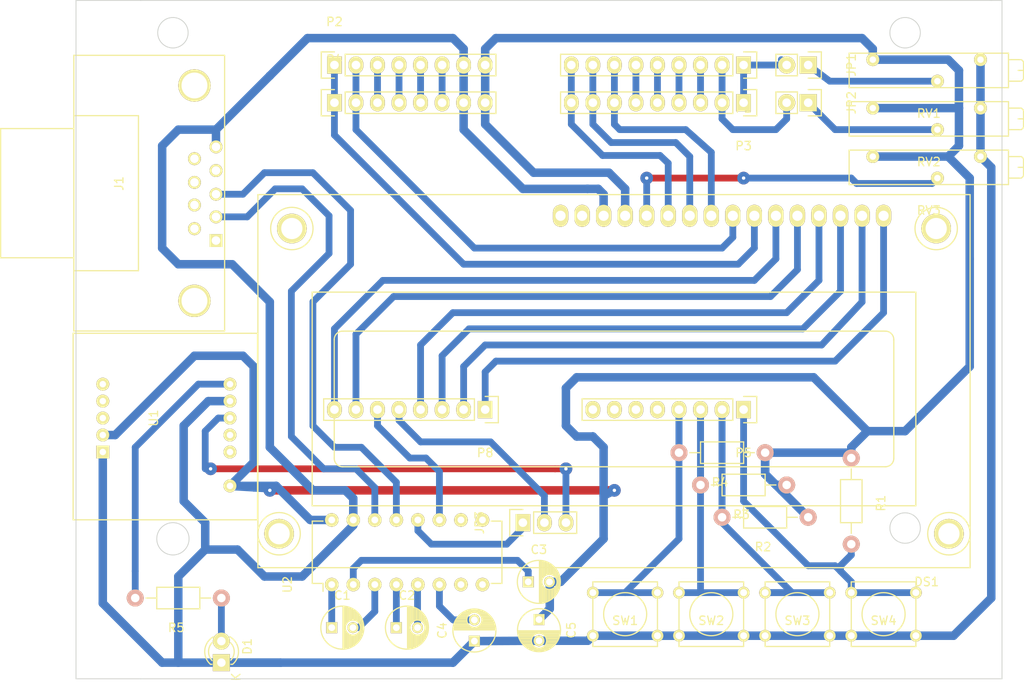
<source format=kicad_pcb>
(kicad_pcb (version 4) (host pcbnew "(2015-12-15 BZR 6377)-product")

  (general
    (links 91)
    (no_connects 0)
    (area 49.254999 53.289999 188.34 133.400001)
    (thickness 1.6)
    (drawings 15)
    (tracks 326)
    (zones 0)
    (modules 31)
    (nets 66)
  )

  (page A4)
  (layers
    (0 F.Cu signal)
    (31 B.Cu signal)
    (32 B.Adhes user)
    (33 F.Adhes user)
    (34 B.Paste user)
    (35 F.Paste user)
    (36 B.SilkS user)
    (37 F.SilkS user)
    (38 B.Mask user)
    (39 F.Mask user)
    (40 Dwgs.User user hide)
    (41 Cmts.User user)
    (42 Eco1.User user)
    (43 Eco2.User user)
    (44 Edge.Cuts user)
    (45 Margin user)
    (46 B.CrtYd user)
    (47 F.CrtYd user)
    (48 B.Fab user)
    (49 F.Fab user)
  )

  (setup
    (last_trace_width 0.8)
    (trace_clearance 0.2)
    (zone_clearance 0.508)
    (zone_45_only no)
    (trace_min 0.2)
    (segment_width 0.2)
    (edge_width 0.1)
    (via_size 1.5)
    (via_drill 0.4)
    (via_min_size 0.4)
    (via_min_drill 0.3)
    (uvia_size 0.3)
    (uvia_drill 0.1)
    (uvias_allowed no)
    (uvia_min_size 0.2)
    (uvia_min_drill 0.1)
    (pcb_text_width 0.3)
    (pcb_text_size 1.5 1.5)
    (mod_edge_width 0.15)
    (mod_text_size 1 1)
    (mod_text_width 0.15)
    (pad_size 1.5 1.5)
    (pad_drill 0.6)
    (pad_to_mask_clearance 0)
    (aux_axis_origin 138.43 106.68)
    (grid_origin 58.42 133.35)
    (visible_elements FFFFFF7F)
    (pcbplotparams
      (layerselection 0x00030_ffffffff)
      (usegerberextensions false)
      (excludeedgelayer true)
      (linewidth 0.100000)
      (plotframeref false)
      (viasonmask false)
      (mode 1)
      (useauxorigin false)
      (hpglpennumber 1)
      (hpglpenspeed 20)
      (hpglpendiameter 15)
      (hpglpenoverlay 2)
      (psnegative false)
      (psa4output false)
      (plotreference true)
      (plotvalue true)
      (plotinvisibletext false)
      (padsonsilk false)
      (subtractmaskfromsilk false)
      (outputformat 1)
      (mirror false)
      (drillshape 1)
      (scaleselection 1)
      (outputdirectory ""))
  )

  (net 0 "")
  (net 1 "Net-(C1-Pad1)")
  (net 2 "Net-(C1-Pad2)")
  (net 3 "Net-(C2-Pad1)")
  (net 4 +5V)
  (net 5 GND)
  (net 6 "Net-(C4-Pad2)")
  (net 7 "Net-(DS1-Pad3)")
  (net 8 RS)
  (net 9 R/W)
  (net 10 En)
  (net 11 /RD0)
  (net 12 /RD1)
  (net 13 /RD2)
  (net 14 /RD3)
  (net 15 /RD4)
  (net 16 /RD5)
  (net 17 /RD6)
  (net 18 /RD7)
  (net 19 "Net-(DS1-Pad15)")
  (net 20 "Net-(DS1-Pad16)")
  (net 21 "Net-(J1-Pad1)")
  (net 22 "Net-(J1-Pad2)")
  (net 23 "Net-(J1-Pad3)")
  (net 24 "Net-(J1-Pad4)")
  (net 25 "Net-(J1-Pad6)")
  (net 26 "Net-(J1-Pad7)")
  (net 27 "Net-(J1-Pad8)")
  (net 28 "Net-(J1-Pad9)")
  (net 29 "Net-(JP1-Pad1)")
  (net 30 /RA0)
  (net 31 "Net-(JP2-Pad1)")
  (net 32 /RA1)
  (net 33 /RB7)
  (net 34 /RB6)
  (net 35 /RB5)
  (net 36 /RB4)
  (net 37 /RB3)
  (net 38 /RB2)
  (net 39 /RB1)
  (net 40 /RB0)
  (net 41 /RA2)
  (net 42 /RA3)
  (net 43 /RA4)
  (net 44 /RA5)
  (net 45 /RE3)
  (net 46 /RC2)
  (net 47 /RC1)
  (net 48 /RC0)
  (net 49 RX)
  (net 50 TX)
  (net 51 "Net-(U1-Pad3)")
  (net 52 "Net-(U1-Pad4)")
  (net 53 "Net-(U1-Pad5)")
  (net 54 "Net-(U1-Pad9)")
  (net 55 "Net-(U1-Pad10)")
  (net 56 "Net-(U2-Pad7)")
  (net 57 "Net-(U2-Pad8)")
  (net 58 "Net-(U2-Pad9)")
  (net 59 "Net-(U2-Pad10)")
  (net 60 "Net-(C2-Pad2)")
  (net 61 "Net-(C3-Pad1)")
  (net 62 "Net-(D1-Pad2)")
  (net 63 "Net-(R5-Pad2)")
  (net 64 PC)
  (net 65 Tarjeta)

  (net_class Default "This is the default net class."
    (clearance 0.2)
    (trace_width 0.8)
    (via_dia 1.5)
    (via_drill 0.4)
    (uvia_dia 0.3)
    (uvia_drill 0.1)
    (add_net /RA0)
    (add_net /RA1)
    (add_net /RA2)
    (add_net /RA3)
    (add_net /RA4)
    (add_net /RA5)
    (add_net /RB0)
    (add_net /RB1)
    (add_net /RB2)
    (add_net /RB3)
    (add_net /RB4)
    (add_net /RB5)
    (add_net /RB6)
    (add_net /RB7)
    (add_net /RC0)
    (add_net /RC1)
    (add_net /RC2)
    (add_net /RD0)
    (add_net /RD1)
    (add_net /RD2)
    (add_net /RD3)
    (add_net /RD4)
    (add_net /RD5)
    (add_net /RD6)
    (add_net /RD7)
    (add_net /RE3)
    (add_net En)
    (add_net "Net-(C1-Pad1)")
    (add_net "Net-(C1-Pad2)")
    (add_net "Net-(C2-Pad1)")
    (add_net "Net-(C2-Pad2)")
    (add_net "Net-(C3-Pad1)")
    (add_net "Net-(C4-Pad2)")
    (add_net "Net-(D1-Pad2)")
    (add_net "Net-(DS1-Pad15)")
    (add_net "Net-(DS1-Pad16)")
    (add_net "Net-(DS1-Pad3)")
    (add_net "Net-(J1-Pad1)")
    (add_net "Net-(J1-Pad2)")
    (add_net "Net-(J1-Pad3)")
    (add_net "Net-(J1-Pad4)")
    (add_net "Net-(J1-Pad6)")
    (add_net "Net-(J1-Pad7)")
    (add_net "Net-(J1-Pad8)")
    (add_net "Net-(J1-Pad9)")
    (add_net "Net-(JP1-Pad1)")
    (add_net "Net-(JP2-Pad1)")
    (add_net "Net-(R5-Pad2)")
    (add_net "Net-(U1-Pad10)")
    (add_net "Net-(U1-Pad3)")
    (add_net "Net-(U1-Pad4)")
    (add_net "Net-(U1-Pad5)")
    (add_net "Net-(U1-Pad9)")
    (add_net "Net-(U2-Pad10)")
    (add_net "Net-(U2-Pad7)")
    (add_net "Net-(U2-Pad8)")
    (add_net "Net-(U2-Pad9)")
    (add_net PC)
    (add_net R/W)
    (add_net RS)
    (add_net RX)
    (add_net TX)
    (add_net Tarjeta)
  )

  (net_class Power ""
    (clearance 0.2)
    (trace_width 1)
    (via_dia 1.5)
    (via_drill 0.4)
    (uvia_dia 0.3)
    (uvia_drill 0.1)
    (add_net +5V)
    (add_net GND)
  )

  (module Display:RC1602A (layer F.Cu) (tedit 0) (tstamp 5671E9BB)
    (at 120.65 78.74 180)
    (descr http://www.raystar-optronics.com/down.php?ProID=18)
    (tags "LCD 16x2 Alphanumeric 16pin")
    (path /56644880)
    (fp_text reference DS1 (at -38.1 -43.18 180) (layer F.SilkS)
      (effects (font (size 1 1) (thickness 0.15)))
    )
    (fp_text value LCD16X2 (at 0 -21.59 180) (layer F.Fab)
      (effects (font (size 1 1) (thickness 0.15)))
    )
    (fp_line (start -34.2265 -14.60246) (end -34.2265 -28.60294) (layer F.SilkS) (width 0.15))
    (fp_line (start 30.77464 -13.60424) (end -33.22574 -13.60424) (layer F.SilkS) (width 0.15))
    (fp_line (start 31.77286 -28.60294) (end 31.77286 -14.60246) (layer F.SilkS) (width 0.15))
    (fp_line (start -33.22574 -29.6037) (end 30.77464 -29.6037) (layer F.SilkS) (width 0.15))
    (fp_arc (start 30.77464 -28.60294) (end 30.77464 -29.6037) (angle 90) (layer F.SilkS) (width 0.15))
    (fp_arc (start 30.77464 -14.60246) (end 31.77286 -14.60246) (angle 90) (layer F.SilkS) (width 0.15))
    (fp_arc (start -33.22574 -14.60246) (end -33.22574 -13.60424) (angle 90) (layer F.SilkS) (width 0.15))
    (fp_arc (start -33.22574 -28.60294) (end -34.2265 -28.60294) (angle 90) (layer F.SilkS) (width 0.15))
    (fp_line (start -36.82492 -34.20364) (end 34.37382 -34.20364) (layer F.SilkS) (width 0.15))
    (fp_line (start 34.37382 -34.20364) (end 34.37382 -9.0043) (layer F.SilkS) (width 0.15))
    (fp_line (start 34.37382 -9.0043) (end -36.82492 -9.0043) (layer F.SilkS) (width 0.15))
    (fp_line (start -36.82492 -9.0043) (end -36.82492 -34.20364) (layer F.SilkS) (width 0.15))
    (fp_circle (center -40.72636 -37.5031) (end -38.22446 -37.5031) (layer F.SilkS) (width 0.15))
    (fp_circle (center 38.27526 -37.5031) (end 40.77462 -37.5031) (layer F.SilkS) (width 0.15))
    (fp_circle (center 36.77412 -1.50368) (end 39.27348 -1.50368) (layer F.SilkS) (width 0.15))
    (fp_circle (center -39.22522 -1.50368) (end -36.72586 -1.50368) (layer F.SilkS) (width 0.15))
    (fp_line (start 40.77462 -41.5036) (end 40.77462 2.49682) (layer F.SilkS) (width 0.15))
    (fp_line (start 40.77462 2.49682) (end -43.22572 2.49682) (layer F.SilkS) (width 0.15))
    (fp_line (start 40.77462 -41.5036) (end -43.22572 -41.5036) (layer F.SilkS) (width 0.15))
    (fp_line (start -43.22572 -41.5036) (end -43.22572 2.49682) (layer F.SilkS) (width 0.15))
    (pad 1 thru_hole oval (at 0 0 180) (size 1.8 2.6) (drill 1.2) (layers *.Cu *.Mask F.SilkS)
      (net 5 GND))
    (pad 2 thru_hole oval (at -2.54 0 180) (size 1.8 2.6) (drill 1.2) (layers *.Cu *.Mask F.SilkS)
      (net 4 +5V))
    (pad 3 thru_hole oval (at -5.08 0 180) (size 1.8 2.6) (drill 1.2) (layers *.Cu *.Mask F.SilkS)
      (net 7 "Net-(DS1-Pad3)"))
    (pad 4 thru_hole oval (at -7.62 0 180) (size 1.8 2.6) (drill 1.2) (layers *.Cu *.Mask F.SilkS)
      (net 8 RS))
    (pad 5 thru_hole oval (at -10.16 0 180) (size 1.8 2.6) (drill 1.2) (layers *.Cu *.Mask F.SilkS)
      (net 9 R/W))
    (pad 6 thru_hole oval (at -12.7 0 180) (size 1.8 2.6) (drill 1.2) (layers *.Cu *.Mask F.SilkS)
      (net 10 En))
    (pad 7 thru_hole oval (at -15.24 0 180) (size 1.8 2.6) (drill 1.2) (layers *.Cu *.Mask F.SilkS)
      (net 11 /RD0))
    (pad 8 thru_hole oval (at -17.78 0 180) (size 1.8 2.6) (drill 1.2) (layers *.Cu *.Mask F.SilkS)
      (net 12 /RD1))
    (pad 9 thru_hole oval (at -20.32 0 180) (size 1.8 2.6) (drill 1.2) (layers *.Cu *.Mask F.SilkS)
      (net 13 /RD2))
    (pad 10 thru_hole oval (at -22.86 0 180) (size 1.8 2.6) (drill 1.2) (layers *.Cu *.Mask F.SilkS)
      (net 14 /RD3))
    (pad 11 thru_hole oval (at -25.4 0 180) (size 1.8 2.6) (drill 1.2) (layers *.Cu *.Mask F.SilkS)
      (net 15 /RD4))
    (pad 12 thru_hole oval (at -27.94 0 180) (size 1.8 2.6) (drill 1.2) (layers *.Cu *.Mask F.SilkS)
      (net 16 /RD5))
    (pad 13 thru_hole oval (at -30.48508 -0.00254 180) (size 1.8 2.6) (drill 1.2) (layers *.Cu *.Mask F.SilkS)
      (net 17 /RD6))
    (pad 14 thru_hole oval (at -33.02 0 180) (size 1.8 2.6) (drill 1.2) (layers *.Cu *.Mask F.SilkS)
      (net 18 /RD7))
    (pad 15 thru_hole oval (at 5.08 0 180) (size 1.8 2.6) (drill 1.2) (layers *.Cu *.Mask F.SilkS)
      (net 19 "Net-(DS1-Pad15)"))
    (pad 16 thru_hole oval (at 2.53492 -0.00254 180) (size 1.8 2.6) (drill 1.2) (layers *.Cu *.Mask F.SilkS)
      (net 20 "Net-(DS1-Pad16)"))
    (pad 0 thru_hole circle (at -39.22522 -1.50368 180) (size 3.5 3.5) (drill 2.5) (layers *.Cu *.Mask F.SilkS))
    (pad 0 thru_hole circle (at -40.72636 -37.5031 180) (size 3.5 3.5) (drill 2.5) (layers *.Cu *.Mask F.SilkS))
    (pad 0 thru_hole circle (at 38.27526 -37.5031 180) (size 3.5 3.5) (drill 2.5) (layers *.Cu *.Mask F.SilkS))
    (pad 0 thru_hole circle (at 36.77412 -1.50368 180) (size 3.5 3.5) (drill 2.5) (layers *.Cu *.Mask F.SilkS))
  )

  (module Connect:DB9FC (layer F.Cu) (tedit 0) (tstamp 5671E9D4)
    (at 73.66 76.2 90)
    (descr "Connecteur DB9 femelle couche")
    (tags "CONN DB9")
    (path /566448E1)
    (fp_text reference J1 (at 1.27 -10.16 90) (layer F.SilkS)
      (effects (font (size 1 1) (thickness 0.15)))
    )
    (fp_text value DB9 (at 1.27 -3.81 90) (layer F.Fab)
      (effects (font (size 1 1) (thickness 0.15)))
    )
    (fp_line (start -16.129 2.286) (end 16.383 2.286) (layer F.SilkS) (width 0.15))
    (fp_line (start 16.383 2.286) (end 16.383 -15.494) (layer F.SilkS) (width 0.15))
    (fp_line (start 16.383 -15.494) (end -16.129 -15.494) (layer F.SilkS) (width 0.15))
    (fp_line (start -16.129 -15.494) (end -16.129 2.286) (layer F.SilkS) (width 0.15))
    (fp_line (start -9.017 -15.494) (end -9.017 -7.874) (layer F.SilkS) (width 0.15))
    (fp_line (start -9.017 -7.874) (end 9.271 -7.874) (layer F.SilkS) (width 0.15))
    (fp_line (start 9.271 -7.874) (end 9.271 -15.494) (layer F.SilkS) (width 0.15))
    (fp_line (start -7.493 -15.494) (end -7.493 -24.13) (layer F.SilkS) (width 0.15))
    (fp_line (start -7.493 -24.13) (end 7.747 -24.13) (layer F.SilkS) (width 0.15))
    (fp_line (start 7.747 -24.13) (end 7.747 -15.494) (layer F.SilkS) (width 0.15))
    (pad "" thru_hole circle (at 12.827 -1.27 90) (size 3.81 3.81) (drill 3.048) (layers *.Cu *.Mask F.SilkS))
    (pad "" thru_hole circle (at -12.573 -1.27 90) (size 3.81 3.81) (drill 3.048) (layers *.Cu *.Mask F.SilkS))
    (pad 1 thru_hole rect (at -5.461 1.27 90) (size 1.524 1.524) (drill 1.016) (layers *.Cu *.Mask F.SilkS)
      (net 21 "Net-(J1-Pad1)"))
    (pad 2 thru_hole circle (at -2.667 1.27 90) (size 1.524 1.524) (drill 1.016) (layers *.Cu *.Mask F.SilkS)
      (net 22 "Net-(J1-Pad2)"))
    (pad 3 thru_hole circle (at 0 1.27 90) (size 1.524 1.524) (drill 1.016) (layers *.Cu *.Mask F.SilkS)
      (net 23 "Net-(J1-Pad3)"))
    (pad 4 thru_hole circle (at 2.794 1.27 90) (size 1.524 1.524) (drill 1.016) (layers *.Cu *.Mask F.SilkS)
      (net 24 "Net-(J1-Pad4)"))
    (pad 5 thru_hole circle (at 5.588 1.27 90) (size 1.524 1.524) (drill 1.016) (layers *.Cu *.Mask F.SilkS)
      (net 5 GND))
    (pad 6 thru_hole circle (at -4.064 -1.27 90) (size 1.524 1.524) (drill 1.016) (layers *.Cu *.Mask F.SilkS)
      (net 25 "Net-(J1-Pad6)"))
    (pad 7 thru_hole circle (at -1.27 -1.27 90) (size 1.524 1.524) (drill 1.016) (layers *.Cu *.Mask F.SilkS)
      (net 26 "Net-(J1-Pad7)"))
    (pad 8 thru_hole circle (at 1.397 -1.27 90) (size 1.524 1.524) (drill 1.016) (layers *.Cu *.Mask F.SilkS)
      (net 27 "Net-(J1-Pad8)"))
    (pad 9 thru_hole circle (at 4.191 -1.27 90) (size 1.524 1.524) (drill 1.016) (layers *.Cu *.Mask F.SilkS)
      (net 28 "Net-(J1-Pad9)"))
    (model Connect.3dshapes/DB9FC.wrl
      (at (xyz 0 0 0))
      (scale (xyz 1 1 1))
      (rotate (xyz 0 0 0))
    )
  )

  (module Capacitors_ThroughHole:C_Radial_D5_L6_P2.5 (layer F.Cu) (tedit 0) (tstamp 5671E8EF)
    (at 88.5825 127.3175)
    (descr "Radial Electrolytic Capacitor Diameter 5mm x Length 6mm, Pitch 2.5mm")
    (tags "Electrolytic Capacitor")
    (path /56644CF6)
    (fp_text reference C1 (at 1.25 -3.8) (layer F.SilkS)
      (effects (font (size 1 1) (thickness 0.15)))
    )
    (fp_text value 1uF (at 1.25 3.8) (layer F.Fab)
      (effects (font (size 1 1) (thickness 0.15)))
    )
    (fp_line (start 1.325 -2.499) (end 1.325 2.499) (layer F.SilkS) (width 0.15))
    (fp_line (start 1.465 -2.491) (end 1.465 2.491) (layer F.SilkS) (width 0.15))
    (fp_line (start 1.605 -2.475) (end 1.605 -0.095) (layer F.SilkS) (width 0.15))
    (fp_line (start 1.605 0.095) (end 1.605 2.475) (layer F.SilkS) (width 0.15))
    (fp_line (start 1.745 -2.451) (end 1.745 -0.49) (layer F.SilkS) (width 0.15))
    (fp_line (start 1.745 0.49) (end 1.745 2.451) (layer F.SilkS) (width 0.15))
    (fp_line (start 1.885 -2.418) (end 1.885 -0.657) (layer F.SilkS) (width 0.15))
    (fp_line (start 1.885 0.657) (end 1.885 2.418) (layer F.SilkS) (width 0.15))
    (fp_line (start 2.025 -2.377) (end 2.025 -0.764) (layer F.SilkS) (width 0.15))
    (fp_line (start 2.025 0.764) (end 2.025 2.377) (layer F.SilkS) (width 0.15))
    (fp_line (start 2.165 -2.327) (end 2.165 -0.835) (layer F.SilkS) (width 0.15))
    (fp_line (start 2.165 0.835) (end 2.165 2.327) (layer F.SilkS) (width 0.15))
    (fp_line (start 2.305 -2.266) (end 2.305 -0.879) (layer F.SilkS) (width 0.15))
    (fp_line (start 2.305 0.879) (end 2.305 2.266) (layer F.SilkS) (width 0.15))
    (fp_line (start 2.445 -2.196) (end 2.445 -0.898) (layer F.SilkS) (width 0.15))
    (fp_line (start 2.445 0.898) (end 2.445 2.196) (layer F.SilkS) (width 0.15))
    (fp_line (start 2.585 -2.114) (end 2.585 -0.896) (layer F.SilkS) (width 0.15))
    (fp_line (start 2.585 0.896) (end 2.585 2.114) (layer F.SilkS) (width 0.15))
    (fp_line (start 2.725 -2.019) (end 2.725 -0.871) (layer F.SilkS) (width 0.15))
    (fp_line (start 2.725 0.871) (end 2.725 2.019) (layer F.SilkS) (width 0.15))
    (fp_line (start 2.865 -1.908) (end 2.865 -0.823) (layer F.SilkS) (width 0.15))
    (fp_line (start 2.865 0.823) (end 2.865 1.908) (layer F.SilkS) (width 0.15))
    (fp_line (start 3.005 -1.78) (end 3.005 -0.745) (layer F.SilkS) (width 0.15))
    (fp_line (start 3.005 0.745) (end 3.005 1.78) (layer F.SilkS) (width 0.15))
    (fp_line (start 3.145 -1.631) (end 3.145 -0.628) (layer F.SilkS) (width 0.15))
    (fp_line (start 3.145 0.628) (end 3.145 1.631) (layer F.SilkS) (width 0.15))
    (fp_line (start 3.285 -1.452) (end 3.285 -0.44) (layer F.SilkS) (width 0.15))
    (fp_line (start 3.285 0.44) (end 3.285 1.452) (layer F.SilkS) (width 0.15))
    (fp_line (start 3.425 -1.233) (end 3.425 1.233) (layer F.SilkS) (width 0.15))
    (fp_line (start 3.565 -0.944) (end 3.565 0.944) (layer F.SilkS) (width 0.15))
    (fp_line (start 3.705 -0.472) (end 3.705 0.472) (layer F.SilkS) (width 0.15))
    (fp_circle (center 2.5 0) (end 2.5 -0.9) (layer F.SilkS) (width 0.15))
    (fp_circle (center 1.25 0) (end 1.25 -2.5375) (layer F.SilkS) (width 0.15))
    (fp_circle (center 1.25 0) (end 1.25 -2.8) (layer F.CrtYd) (width 0.05))
    (pad 1 thru_hole rect (at 0 0) (size 1.3 1.3) (drill 0.8) (layers *.Cu *.Mask F.SilkS)
      (net 1 "Net-(C1-Pad1)"))
    (pad 2 thru_hole circle (at 2.5 0) (size 1.3 1.3) (drill 0.8) (layers *.Cu *.Mask F.SilkS)
      (net 2 "Net-(C1-Pad2)"))
    (model Capacitors_ThroughHole.3dshapes/C_Radial_D5_L6_P2.5.wrl
      (at (xyz 0.0492126 0 0))
      (scale (xyz 1 1 1))
      (rotate (xyz 0 0 90))
    )
  )

  (module Capacitors_ThroughHole:C_Radial_D5_L6_P2.5 (layer F.Cu) (tedit 0) (tstamp 5671E917)
    (at 96.2025 127.3175)
    (descr "Radial Electrolytic Capacitor Diameter 5mm x Length 6mm, Pitch 2.5mm")
    (tags "Electrolytic Capacitor")
    (path /56644D07)
    (fp_text reference C2 (at 1.25 -3.8) (layer F.SilkS)
      (effects (font (size 1 1) (thickness 0.15)))
    )
    (fp_text value 1uF (at 1.25 3.8) (layer F.Fab)
      (effects (font (size 1 1) (thickness 0.15)))
    )
    (fp_line (start 1.325 -2.499) (end 1.325 2.499) (layer F.SilkS) (width 0.15))
    (fp_line (start 1.465 -2.491) (end 1.465 2.491) (layer F.SilkS) (width 0.15))
    (fp_line (start 1.605 -2.475) (end 1.605 -0.095) (layer F.SilkS) (width 0.15))
    (fp_line (start 1.605 0.095) (end 1.605 2.475) (layer F.SilkS) (width 0.15))
    (fp_line (start 1.745 -2.451) (end 1.745 -0.49) (layer F.SilkS) (width 0.15))
    (fp_line (start 1.745 0.49) (end 1.745 2.451) (layer F.SilkS) (width 0.15))
    (fp_line (start 1.885 -2.418) (end 1.885 -0.657) (layer F.SilkS) (width 0.15))
    (fp_line (start 1.885 0.657) (end 1.885 2.418) (layer F.SilkS) (width 0.15))
    (fp_line (start 2.025 -2.377) (end 2.025 -0.764) (layer F.SilkS) (width 0.15))
    (fp_line (start 2.025 0.764) (end 2.025 2.377) (layer F.SilkS) (width 0.15))
    (fp_line (start 2.165 -2.327) (end 2.165 -0.835) (layer F.SilkS) (width 0.15))
    (fp_line (start 2.165 0.835) (end 2.165 2.327) (layer F.SilkS) (width 0.15))
    (fp_line (start 2.305 -2.266) (end 2.305 -0.879) (layer F.SilkS) (width 0.15))
    (fp_line (start 2.305 0.879) (end 2.305 2.266) (layer F.SilkS) (width 0.15))
    (fp_line (start 2.445 -2.196) (end 2.445 -0.898) (layer F.SilkS) (width 0.15))
    (fp_line (start 2.445 0.898) (end 2.445 2.196) (layer F.SilkS) (width 0.15))
    (fp_line (start 2.585 -2.114) (end 2.585 -0.896) (layer F.SilkS) (width 0.15))
    (fp_line (start 2.585 0.896) (end 2.585 2.114) (layer F.SilkS) (width 0.15))
    (fp_line (start 2.725 -2.019) (end 2.725 -0.871) (layer F.SilkS) (width 0.15))
    (fp_line (start 2.725 0.871) (end 2.725 2.019) (layer F.SilkS) (width 0.15))
    (fp_line (start 2.865 -1.908) (end 2.865 -0.823) (layer F.SilkS) (width 0.15))
    (fp_line (start 2.865 0.823) (end 2.865 1.908) (layer F.SilkS) (width 0.15))
    (fp_line (start 3.005 -1.78) (end 3.005 -0.745) (layer F.SilkS) (width 0.15))
    (fp_line (start 3.005 0.745) (end 3.005 1.78) (layer F.SilkS) (width 0.15))
    (fp_line (start 3.145 -1.631) (end 3.145 -0.628) (layer F.SilkS) (width 0.15))
    (fp_line (start 3.145 0.628) (end 3.145 1.631) (layer F.SilkS) (width 0.15))
    (fp_line (start 3.285 -1.452) (end 3.285 -0.44) (layer F.SilkS) (width 0.15))
    (fp_line (start 3.285 0.44) (end 3.285 1.452) (layer F.SilkS) (width 0.15))
    (fp_line (start 3.425 -1.233) (end 3.425 1.233) (layer F.SilkS) (width 0.15))
    (fp_line (start 3.565 -0.944) (end 3.565 0.944) (layer F.SilkS) (width 0.15))
    (fp_line (start 3.705 -0.472) (end 3.705 0.472) (layer F.SilkS) (width 0.15))
    (fp_circle (center 2.5 0) (end 2.5 -0.9) (layer F.SilkS) (width 0.15))
    (fp_circle (center 1.25 0) (end 1.25 -2.5375) (layer F.SilkS) (width 0.15))
    (fp_circle (center 1.25 0) (end 1.25 -2.8) (layer F.CrtYd) (width 0.05))
    (pad 1 thru_hole rect (at 0 0) (size 1.3 1.3) (drill 0.8) (layers *.Cu *.Mask F.SilkS)
      (net 3 "Net-(C2-Pad1)"))
    (pad 2 thru_hole circle (at 2.5 0) (size 1.3 1.3) (drill 0.8) (layers *.Cu *.Mask F.SilkS)
      (net 60 "Net-(C2-Pad2)"))
    (model Capacitors_ThroughHole.3dshapes/C_Radial_D5_L6_P2.5.wrl
      (at (xyz 0.0492126 0 0))
      (scale (xyz 1 1 1))
      (rotate (xyz 0 0 90))
    )
  )

  (module Capacitors_ThroughHole:C_Radial_D5_L6_P2.5 (layer F.Cu) (tedit 0) (tstamp 5671E93F)
    (at 111.76 121.92)
    (descr "Radial Electrolytic Capacitor Diameter 5mm x Length 6mm, Pitch 2.5mm")
    (tags "Electrolytic Capacitor")
    (path /56644D16)
    (fp_text reference C3 (at 1.25 -3.8) (layer F.SilkS)
      (effects (font (size 1 1) (thickness 0.15)))
    )
    (fp_text value 1uF (at 1.25 3.8) (layer F.Fab)
      (effects (font (size 1 1) (thickness 0.15)))
    )
    (fp_line (start 1.325 -2.499) (end 1.325 2.499) (layer F.SilkS) (width 0.15))
    (fp_line (start 1.465 -2.491) (end 1.465 2.491) (layer F.SilkS) (width 0.15))
    (fp_line (start 1.605 -2.475) (end 1.605 -0.095) (layer F.SilkS) (width 0.15))
    (fp_line (start 1.605 0.095) (end 1.605 2.475) (layer F.SilkS) (width 0.15))
    (fp_line (start 1.745 -2.451) (end 1.745 -0.49) (layer F.SilkS) (width 0.15))
    (fp_line (start 1.745 0.49) (end 1.745 2.451) (layer F.SilkS) (width 0.15))
    (fp_line (start 1.885 -2.418) (end 1.885 -0.657) (layer F.SilkS) (width 0.15))
    (fp_line (start 1.885 0.657) (end 1.885 2.418) (layer F.SilkS) (width 0.15))
    (fp_line (start 2.025 -2.377) (end 2.025 -0.764) (layer F.SilkS) (width 0.15))
    (fp_line (start 2.025 0.764) (end 2.025 2.377) (layer F.SilkS) (width 0.15))
    (fp_line (start 2.165 -2.327) (end 2.165 -0.835) (layer F.SilkS) (width 0.15))
    (fp_line (start 2.165 0.835) (end 2.165 2.327) (layer F.SilkS) (width 0.15))
    (fp_line (start 2.305 -2.266) (end 2.305 -0.879) (layer F.SilkS) (width 0.15))
    (fp_line (start 2.305 0.879) (end 2.305 2.266) (layer F.SilkS) (width 0.15))
    (fp_line (start 2.445 -2.196) (end 2.445 -0.898) (layer F.SilkS) (width 0.15))
    (fp_line (start 2.445 0.898) (end 2.445 2.196) (layer F.SilkS) (width 0.15))
    (fp_line (start 2.585 -2.114) (end 2.585 -0.896) (layer F.SilkS) (width 0.15))
    (fp_line (start 2.585 0.896) (end 2.585 2.114) (layer F.SilkS) (width 0.15))
    (fp_line (start 2.725 -2.019) (end 2.725 -0.871) (layer F.SilkS) (width 0.15))
    (fp_line (start 2.725 0.871) (end 2.725 2.019) (layer F.SilkS) (width 0.15))
    (fp_line (start 2.865 -1.908) (end 2.865 -0.823) (layer F.SilkS) (width 0.15))
    (fp_line (start 2.865 0.823) (end 2.865 1.908) (layer F.SilkS) (width 0.15))
    (fp_line (start 3.005 -1.78) (end 3.005 -0.745) (layer F.SilkS) (width 0.15))
    (fp_line (start 3.005 0.745) (end 3.005 1.78) (layer F.SilkS) (width 0.15))
    (fp_line (start 3.145 -1.631) (end 3.145 -0.628) (layer F.SilkS) (width 0.15))
    (fp_line (start 3.145 0.628) (end 3.145 1.631) (layer F.SilkS) (width 0.15))
    (fp_line (start 3.285 -1.452) (end 3.285 -0.44) (layer F.SilkS) (width 0.15))
    (fp_line (start 3.285 0.44) (end 3.285 1.452) (layer F.SilkS) (width 0.15))
    (fp_line (start 3.425 -1.233) (end 3.425 1.233) (layer F.SilkS) (width 0.15))
    (fp_line (start 3.565 -0.944) (end 3.565 0.944) (layer F.SilkS) (width 0.15))
    (fp_line (start 3.705 -0.472) (end 3.705 0.472) (layer F.SilkS) (width 0.15))
    (fp_circle (center 2.5 0) (end 2.5 -0.9) (layer F.SilkS) (width 0.15))
    (fp_circle (center 1.25 0) (end 1.25 -2.5375) (layer F.SilkS) (width 0.15))
    (fp_circle (center 1.25 0) (end 1.25 -2.8) (layer F.CrtYd) (width 0.05))
    (pad 1 thru_hole rect (at 0 0) (size 1.3 1.3) (drill 0.8) (layers *.Cu *.Mask F.SilkS)
      (net 61 "Net-(C3-Pad1)"))
    (pad 2 thru_hole circle (at 2.5 0) (size 1.3 1.3) (drill 0.8) (layers *.Cu *.Mask F.SilkS)
      (net 4 +5V))
    (model Capacitors_ThroughHole.3dshapes/C_Radial_D5_L6_P2.5.wrl
      (at (xyz 0.0492126 0 0))
      (scale (xyz 1 1 1))
      (rotate (xyz 0 0 90))
    )
  )

  (module Capacitors_ThroughHole:C_Radial_D5_L6_P2.5 (layer F.Cu) (tedit 0) (tstamp 5671E967)
    (at 105.41 128.905 90)
    (descr "Radial Electrolytic Capacitor Diameter 5mm x Length 6mm, Pitch 2.5mm")
    (tags "Electrolytic Capacitor")
    (path /56644D25)
    (fp_text reference C4 (at 1.25 -3.8 90) (layer F.SilkS)
      (effects (font (size 1 1) (thickness 0.15)))
    )
    (fp_text value 1uF (at 1.25 3.8 90) (layer F.Fab)
      (effects (font (size 1 1) (thickness 0.15)))
    )
    (fp_line (start 1.325 -2.499) (end 1.325 2.499) (layer F.SilkS) (width 0.15))
    (fp_line (start 1.465 -2.491) (end 1.465 2.491) (layer F.SilkS) (width 0.15))
    (fp_line (start 1.605 -2.475) (end 1.605 -0.095) (layer F.SilkS) (width 0.15))
    (fp_line (start 1.605 0.095) (end 1.605 2.475) (layer F.SilkS) (width 0.15))
    (fp_line (start 1.745 -2.451) (end 1.745 -0.49) (layer F.SilkS) (width 0.15))
    (fp_line (start 1.745 0.49) (end 1.745 2.451) (layer F.SilkS) (width 0.15))
    (fp_line (start 1.885 -2.418) (end 1.885 -0.657) (layer F.SilkS) (width 0.15))
    (fp_line (start 1.885 0.657) (end 1.885 2.418) (layer F.SilkS) (width 0.15))
    (fp_line (start 2.025 -2.377) (end 2.025 -0.764) (layer F.SilkS) (width 0.15))
    (fp_line (start 2.025 0.764) (end 2.025 2.377) (layer F.SilkS) (width 0.15))
    (fp_line (start 2.165 -2.327) (end 2.165 -0.835) (layer F.SilkS) (width 0.15))
    (fp_line (start 2.165 0.835) (end 2.165 2.327) (layer F.SilkS) (width 0.15))
    (fp_line (start 2.305 -2.266) (end 2.305 -0.879) (layer F.SilkS) (width 0.15))
    (fp_line (start 2.305 0.879) (end 2.305 2.266) (layer F.SilkS) (width 0.15))
    (fp_line (start 2.445 -2.196) (end 2.445 -0.898) (layer F.SilkS) (width 0.15))
    (fp_line (start 2.445 0.898) (end 2.445 2.196) (layer F.SilkS) (width 0.15))
    (fp_line (start 2.585 -2.114) (end 2.585 -0.896) (layer F.SilkS) (width 0.15))
    (fp_line (start 2.585 0.896) (end 2.585 2.114) (layer F.SilkS) (width 0.15))
    (fp_line (start 2.725 -2.019) (end 2.725 -0.871) (layer F.SilkS) (width 0.15))
    (fp_line (start 2.725 0.871) (end 2.725 2.019) (layer F.SilkS) (width 0.15))
    (fp_line (start 2.865 -1.908) (end 2.865 -0.823) (layer F.SilkS) (width 0.15))
    (fp_line (start 2.865 0.823) (end 2.865 1.908) (layer F.SilkS) (width 0.15))
    (fp_line (start 3.005 -1.78) (end 3.005 -0.745) (layer F.SilkS) (width 0.15))
    (fp_line (start 3.005 0.745) (end 3.005 1.78) (layer F.SilkS) (width 0.15))
    (fp_line (start 3.145 -1.631) (end 3.145 -0.628) (layer F.SilkS) (width 0.15))
    (fp_line (start 3.145 0.628) (end 3.145 1.631) (layer F.SilkS) (width 0.15))
    (fp_line (start 3.285 -1.452) (end 3.285 -0.44) (layer F.SilkS) (width 0.15))
    (fp_line (start 3.285 0.44) (end 3.285 1.452) (layer F.SilkS) (width 0.15))
    (fp_line (start 3.425 -1.233) (end 3.425 1.233) (layer F.SilkS) (width 0.15))
    (fp_line (start 3.565 -0.944) (end 3.565 0.944) (layer F.SilkS) (width 0.15))
    (fp_line (start 3.705 -0.472) (end 3.705 0.472) (layer F.SilkS) (width 0.15))
    (fp_circle (center 2.5 0) (end 2.5 -0.9) (layer F.SilkS) (width 0.15))
    (fp_circle (center 1.25 0) (end 1.25 -2.5375) (layer F.SilkS) (width 0.15))
    (fp_circle (center 1.25 0) (end 1.25 -2.8) (layer F.CrtYd) (width 0.05))
    (pad 1 thru_hole rect (at 0 0 90) (size 1.3 1.3) (drill 0.8) (layers *.Cu *.Mask F.SilkS)
      (net 5 GND))
    (pad 2 thru_hole circle (at 2.5 0 90) (size 1.3 1.3) (drill 0.8) (layers *.Cu *.Mask F.SilkS)
      (net 6 "Net-(C4-Pad2)"))
    (model Capacitors_ThroughHole.3dshapes/C_Radial_D5_L6_P2.5.wrl
      (at (xyz 0.0492126 0 0))
      (scale (xyz 1 1 1))
      (rotate (xyz 0 0 90))
    )
  )

  (module Capacitors_ThroughHole:C_Radial_D5_L6_P2.5 (layer F.Cu) (tedit 0) (tstamp 5671E98F)
    (at 113.03 126.365 270)
    (descr "Radial Electrolytic Capacitor Diameter 5mm x Length 6mm, Pitch 2.5mm")
    (tags "Electrolytic Capacitor")
    (path /56644D34)
    (fp_text reference C5 (at 1.25 -3.8 270) (layer F.SilkS)
      (effects (font (size 1 1) (thickness 0.15)))
    )
    (fp_text value 10uF (at 1.25 3.8 270) (layer F.Fab)
      (effects (font (size 1 1) (thickness 0.15)))
    )
    (fp_line (start 1.325 -2.499) (end 1.325 2.499) (layer F.SilkS) (width 0.15))
    (fp_line (start 1.465 -2.491) (end 1.465 2.491) (layer F.SilkS) (width 0.15))
    (fp_line (start 1.605 -2.475) (end 1.605 -0.095) (layer F.SilkS) (width 0.15))
    (fp_line (start 1.605 0.095) (end 1.605 2.475) (layer F.SilkS) (width 0.15))
    (fp_line (start 1.745 -2.451) (end 1.745 -0.49) (layer F.SilkS) (width 0.15))
    (fp_line (start 1.745 0.49) (end 1.745 2.451) (layer F.SilkS) (width 0.15))
    (fp_line (start 1.885 -2.418) (end 1.885 -0.657) (layer F.SilkS) (width 0.15))
    (fp_line (start 1.885 0.657) (end 1.885 2.418) (layer F.SilkS) (width 0.15))
    (fp_line (start 2.025 -2.377) (end 2.025 -0.764) (layer F.SilkS) (width 0.15))
    (fp_line (start 2.025 0.764) (end 2.025 2.377) (layer F.SilkS) (width 0.15))
    (fp_line (start 2.165 -2.327) (end 2.165 -0.835) (layer F.SilkS) (width 0.15))
    (fp_line (start 2.165 0.835) (end 2.165 2.327) (layer F.SilkS) (width 0.15))
    (fp_line (start 2.305 -2.266) (end 2.305 -0.879) (layer F.SilkS) (width 0.15))
    (fp_line (start 2.305 0.879) (end 2.305 2.266) (layer F.SilkS) (width 0.15))
    (fp_line (start 2.445 -2.196) (end 2.445 -0.898) (layer F.SilkS) (width 0.15))
    (fp_line (start 2.445 0.898) (end 2.445 2.196) (layer F.SilkS) (width 0.15))
    (fp_line (start 2.585 -2.114) (end 2.585 -0.896) (layer F.SilkS) (width 0.15))
    (fp_line (start 2.585 0.896) (end 2.585 2.114) (layer F.SilkS) (width 0.15))
    (fp_line (start 2.725 -2.019) (end 2.725 -0.871) (layer F.SilkS) (width 0.15))
    (fp_line (start 2.725 0.871) (end 2.725 2.019) (layer F.SilkS) (width 0.15))
    (fp_line (start 2.865 -1.908) (end 2.865 -0.823) (layer F.SilkS) (width 0.15))
    (fp_line (start 2.865 0.823) (end 2.865 1.908) (layer F.SilkS) (width 0.15))
    (fp_line (start 3.005 -1.78) (end 3.005 -0.745) (layer F.SilkS) (width 0.15))
    (fp_line (start 3.005 0.745) (end 3.005 1.78) (layer F.SilkS) (width 0.15))
    (fp_line (start 3.145 -1.631) (end 3.145 -0.628) (layer F.SilkS) (width 0.15))
    (fp_line (start 3.145 0.628) (end 3.145 1.631) (layer F.SilkS) (width 0.15))
    (fp_line (start 3.285 -1.452) (end 3.285 -0.44) (layer F.SilkS) (width 0.15))
    (fp_line (start 3.285 0.44) (end 3.285 1.452) (layer F.SilkS) (width 0.15))
    (fp_line (start 3.425 -1.233) (end 3.425 1.233) (layer F.SilkS) (width 0.15))
    (fp_line (start 3.565 -0.944) (end 3.565 0.944) (layer F.SilkS) (width 0.15))
    (fp_line (start 3.705 -0.472) (end 3.705 0.472) (layer F.SilkS) (width 0.15))
    (fp_circle (center 2.5 0) (end 2.5 -0.9) (layer F.SilkS) (width 0.15))
    (fp_circle (center 1.25 0) (end 1.25 -2.5375) (layer F.SilkS) (width 0.15))
    (fp_circle (center 1.25 0) (end 1.25 -2.8) (layer F.CrtYd) (width 0.05))
    (pad 1 thru_hole rect (at 0 0 270) (size 1.3 1.3) (drill 0.8) (layers *.Cu *.Mask F.SilkS)
      (net 4 +5V))
    (pad 2 thru_hole circle (at 2.5 0 270) (size 1.3 1.3) (drill 0.8) (layers *.Cu *.Mask F.SilkS)
      (net 5 GND))
    (model Capacitors_ThroughHole.3dshapes/C_Radial_D5_L6_P2.5.wrl
      (at (xyz 0.0492126 0 0))
      (scale (xyz 1 1 1))
      (rotate (xyz 0 0 90))
    )
  )

  (module Pin_Headers:Pin_Header_Straight_1x02 (layer F.Cu) (tedit 54EA090C) (tstamp 5671E9E5)
    (at 144.78 60.96 270)
    (descr "Through hole pin header")
    (tags "pin header")
    (path /5664570D)
    (fp_text reference JP1 (at 0 -5.1 270) (layer F.SilkS)
      (effects (font (size 1 1) (thickness 0.15)))
    )
    (fp_text value JUMPER (at 0 -3.1 270) (layer F.Fab)
      (effects (font (size 1 1) (thickness 0.15)))
    )
    (fp_line (start 1.27 1.27) (end 1.27 3.81) (layer F.SilkS) (width 0.15))
    (fp_line (start 1.55 -1.55) (end 1.55 0) (layer F.SilkS) (width 0.15))
    (fp_line (start -1.75 -1.75) (end -1.75 4.3) (layer F.CrtYd) (width 0.05))
    (fp_line (start 1.75 -1.75) (end 1.75 4.3) (layer F.CrtYd) (width 0.05))
    (fp_line (start -1.75 -1.75) (end 1.75 -1.75) (layer F.CrtYd) (width 0.05))
    (fp_line (start -1.75 4.3) (end 1.75 4.3) (layer F.CrtYd) (width 0.05))
    (fp_line (start 1.27 1.27) (end -1.27 1.27) (layer F.SilkS) (width 0.15))
    (fp_line (start -1.55 0) (end -1.55 -1.55) (layer F.SilkS) (width 0.15))
    (fp_line (start -1.55 -1.55) (end 1.55 -1.55) (layer F.SilkS) (width 0.15))
    (fp_line (start -1.27 1.27) (end -1.27 3.81) (layer F.SilkS) (width 0.15))
    (fp_line (start -1.27 3.81) (end 1.27 3.81) (layer F.SilkS) (width 0.15))
    (pad 1 thru_hole rect (at 0 0 270) (size 2.032 2.032) (drill 1.016) (layers *.Cu *.Mask F.SilkS)
      (net 29 "Net-(JP1-Pad1)"))
    (pad 2 thru_hole oval (at 0 2.54 270) (size 2.032 2.032) (drill 1.016) (layers *.Cu *.Mask F.SilkS)
      (net 30 /RA0))
    (model Pin_Headers.3dshapes/Pin_Header_Straight_1x02.wrl
      (at (xyz 0 -0.05 0))
      (scale (xyz 1 1 1))
      (rotate (xyz 0 0 90))
    )
  )

  (module Pin_Headers:Pin_Header_Straight_1x02 (layer F.Cu) (tedit 54EA090C) (tstamp 5671E9F6)
    (at 144.78 65.405 270)
    (descr "Through hole pin header")
    (tags "pin header")
    (path /56645757)
    (fp_text reference JP2 (at 0 -5.1 270) (layer F.SilkS)
      (effects (font (size 1 1) (thickness 0.15)))
    )
    (fp_text value JUMPER (at 0 -3.1 270) (layer F.Fab)
      (effects (font (size 1 1) (thickness 0.15)))
    )
    (fp_line (start 1.27 1.27) (end 1.27 3.81) (layer F.SilkS) (width 0.15))
    (fp_line (start 1.55 -1.55) (end 1.55 0) (layer F.SilkS) (width 0.15))
    (fp_line (start -1.75 -1.75) (end -1.75 4.3) (layer F.CrtYd) (width 0.05))
    (fp_line (start 1.75 -1.75) (end 1.75 4.3) (layer F.CrtYd) (width 0.05))
    (fp_line (start -1.75 -1.75) (end 1.75 -1.75) (layer F.CrtYd) (width 0.05))
    (fp_line (start -1.75 4.3) (end 1.75 4.3) (layer F.CrtYd) (width 0.05))
    (fp_line (start 1.27 1.27) (end -1.27 1.27) (layer F.SilkS) (width 0.15))
    (fp_line (start -1.55 0) (end -1.55 -1.55) (layer F.SilkS) (width 0.15))
    (fp_line (start -1.55 -1.55) (end 1.55 -1.55) (layer F.SilkS) (width 0.15))
    (fp_line (start -1.27 1.27) (end -1.27 3.81) (layer F.SilkS) (width 0.15))
    (fp_line (start -1.27 3.81) (end 1.27 3.81) (layer F.SilkS) (width 0.15))
    (pad 1 thru_hole rect (at 0 0 270) (size 2.032 2.032) (drill 1.016) (layers *.Cu *.Mask F.SilkS)
      (net 31 "Net-(JP2-Pad1)"))
    (pad 2 thru_hole oval (at 0 2.54 270) (size 2.032 2.032) (drill 1.016) (layers *.Cu *.Mask F.SilkS)
      (net 32 /RA1))
    (model Pin_Headers.3dshapes/Pin_Header_Straight_1x02.wrl
      (at (xyz 0 -0.05 0))
      (scale (xyz 1 1 1))
      (rotate (xyz 0 0 90))
    )
  )

  (module Socket_Strips:Socket_Strip_Straight_1x09 (layer F.Cu) (tedit 0) (tstamp 5671EA3C)
    (at 137.16 65.405 180)
    (descr "Through hole socket strip")
    (tags "socket strip")
    (path /56647247)
    (fp_text reference P3 (at 0 -5.1 180) (layer F.SilkS)
      (effects (font (size 1 1) (thickness 0.15)))
    )
    (fp_text value CONN_9 (at 0 -3.1 180) (layer F.Fab)
      (effects (font (size 1 1) (thickness 0.15)))
    )
    (fp_line (start -1.75 -1.75) (end -1.75 1.75) (layer F.CrtYd) (width 0.05))
    (fp_line (start 22.1 -1.75) (end 22.1 1.75) (layer F.CrtYd) (width 0.05))
    (fp_line (start -1.75 -1.75) (end 22.1 -1.75) (layer F.CrtYd) (width 0.05))
    (fp_line (start -1.75 1.75) (end 22.1 1.75) (layer F.CrtYd) (width 0.05))
    (fp_line (start 1.27 1.27) (end 21.59 1.27) (layer F.SilkS) (width 0.15))
    (fp_line (start 21.59 1.27) (end 21.59 -1.27) (layer F.SilkS) (width 0.15))
    (fp_line (start 21.59 -1.27) (end 1.27 -1.27) (layer F.SilkS) (width 0.15))
    (fp_line (start -1.55 1.55) (end 0 1.55) (layer F.SilkS) (width 0.15))
    (fp_line (start 1.27 1.27) (end 1.27 -1.27) (layer F.SilkS) (width 0.15))
    (fp_line (start 0 -1.55) (end -1.55 -1.55) (layer F.SilkS) (width 0.15))
    (fp_line (start -1.55 -1.55) (end -1.55 1.55) (layer F.SilkS) (width 0.15))
    (pad 1 thru_hole rect (at 0 0 180) (size 1.7272 2.032) (drill 1.016) (layers *.Cu *.Mask F.SilkS)
      (net 30 /RA0))
    (pad 2 thru_hole oval (at 2.54 0 180) (size 1.7272 2.032) (drill 1.016) (layers *.Cu *.Mask F.SilkS)
      (net 32 /RA1))
    (pad 3 thru_hole oval (at 5.08 0 180) (size 1.7272 2.032) (drill 1.016) (layers *.Cu *.Mask F.SilkS)
      (net 41 /RA2))
    (pad 4 thru_hole oval (at 7.62 0 180) (size 1.7272 2.032) (drill 1.016) (layers *.Cu *.Mask F.SilkS)
      (net 42 /RA3))
    (pad 5 thru_hole oval (at 10.16 0 180) (size 1.7272 2.032) (drill 1.016) (layers *.Cu *.Mask F.SilkS)
      (net 43 /RA4))
    (pad 6 thru_hole oval (at 12.7 0 180) (size 1.7272 2.032) (drill 1.016) (layers *.Cu *.Mask F.SilkS)
      (net 44 /RA5))
    (pad 7 thru_hole oval (at 15.24 0 180) (size 1.7272 2.032) (drill 1.016) (layers *.Cu *.Mask F.SilkS)
      (net 10 En))
    (pad 8 thru_hole oval (at 17.78 0 180) (size 1.7272 2.032) (drill 1.016) (layers *.Cu *.Mask F.SilkS)
      (net 9 R/W))
    (pad 9 thru_hole oval (at 20.32 0 180) (size 1.7272 2.032) (drill 1.016) (layers *.Cu *.Mask F.SilkS)
      (net 8 RS))
    (model Socket_Strips.3dshapes/Socket_Strip_Straight_1x09.wrl
      (at (xyz 0.4 0 0))
      (scale (xyz 1 1 1))
      (rotate (xyz 0 0 180))
    )
  )

  (module Socket_Strips:Socket_Strip_Straight_1x08 (layer F.Cu) (tedit 0) (tstamp 5671EA6B)
    (at 137.16 101.6 180)
    (descr "Through hole socket strip")
    (tags "socket strip")
    (path /56645AF8)
    (fp_text reference P5 (at 0 -5.1 180) (layer F.SilkS)
      (effects (font (size 1 1) (thickness 0.15)))
    )
    (fp_text value CONN_8 (at 0 -3.1 180) (layer F.Fab)
      (effects (font (size 1 1) (thickness 0.15)))
    )
    (fp_line (start -1.75 -1.75) (end -1.75 1.75) (layer F.CrtYd) (width 0.05))
    (fp_line (start 19.55 -1.75) (end 19.55 1.75) (layer F.CrtYd) (width 0.05))
    (fp_line (start -1.75 -1.75) (end 19.55 -1.75) (layer F.CrtYd) (width 0.05))
    (fp_line (start -1.75 1.75) (end 19.55 1.75) (layer F.CrtYd) (width 0.05))
    (fp_line (start 1.27 1.27) (end 19.05 1.27) (layer F.SilkS) (width 0.15))
    (fp_line (start 19.05 1.27) (end 19.05 -1.27) (layer F.SilkS) (width 0.15))
    (fp_line (start 19.05 -1.27) (end 1.27 -1.27) (layer F.SilkS) (width 0.15))
    (fp_line (start -1.55 1.55) (end 0 1.55) (layer F.SilkS) (width 0.15))
    (fp_line (start 1.27 1.27) (end 1.27 -1.27) (layer F.SilkS) (width 0.15))
    (fp_line (start 0 -1.55) (end -1.55 -1.55) (layer F.SilkS) (width 0.15))
    (fp_line (start -1.55 -1.55) (end -1.55 1.55) (layer F.SilkS) (width 0.15))
    (pad 1 thru_hole rect (at 0 0 180) (size 1.7272 2.032) (drill 1.016) (layers *.Cu *.Mask F.SilkS)
      (net 33 /RB7))
    (pad 2 thru_hole oval (at 2.54 0 180) (size 1.7272 2.032) (drill 1.016) (layers *.Cu *.Mask F.SilkS)
      (net 34 /RB6))
    (pad 3 thru_hole oval (at 5.08 0 180) (size 1.7272 2.032) (drill 1.016) (layers *.Cu *.Mask F.SilkS)
      (net 35 /RB5))
    (pad 4 thru_hole oval (at 7.62 0 180) (size 1.7272 2.032) (drill 1.016) (layers *.Cu *.Mask F.SilkS)
      (net 36 /RB4))
    (pad 5 thru_hole oval (at 10.16 0 180) (size 1.7272 2.032) (drill 1.016) (layers *.Cu *.Mask F.SilkS)
      (net 37 /RB3))
    (pad 6 thru_hole oval (at 12.7 0 180) (size 1.7272 2.032) (drill 1.016) (layers *.Cu *.Mask F.SilkS)
      (net 38 /RB2))
    (pad 7 thru_hole oval (at 15.24 0 180) (size 1.7272 2.032) (drill 1.016) (layers *.Cu *.Mask F.SilkS)
      (net 39 /RB1))
    (pad 8 thru_hole oval (at 17.78 0 180) (size 1.7272 2.032) (drill 1.016) (layers *.Cu *.Mask F.SilkS)
      (net 40 /RB0))
    (model Socket_Strips.3dshapes/Socket_Strip_Straight_1x08.wrl
      (at (xyz 0.35 0 0))
      (scale (xyz 1 1 1))
      (rotate (xyz 0 0 180))
    )
  )

  (module Socket_Strips:Socket_Strip_Straight_1x08 (layer F.Cu) (tedit 0) (tstamp 5671EAB0)
    (at 106.68 101.6 180)
    (descr "Through hole socket strip")
    (tags "socket strip")
    (path /56648383)
    (fp_text reference P8 (at 0 -5.1 180) (layer F.SilkS)
      (effects (font (size 1 1) (thickness 0.15)))
    )
    (fp_text value CONN_8 (at 0 -3.1 180) (layer F.Fab)
      (effects (font (size 1 1) (thickness 0.15)))
    )
    (fp_line (start -1.75 -1.75) (end -1.75 1.75) (layer F.CrtYd) (width 0.05))
    (fp_line (start 19.55 -1.75) (end 19.55 1.75) (layer F.CrtYd) (width 0.05))
    (fp_line (start -1.75 -1.75) (end 19.55 -1.75) (layer F.CrtYd) (width 0.05))
    (fp_line (start -1.75 1.75) (end 19.55 1.75) (layer F.CrtYd) (width 0.05))
    (fp_line (start 1.27 1.27) (end 19.05 1.27) (layer F.SilkS) (width 0.15))
    (fp_line (start 19.05 1.27) (end 19.05 -1.27) (layer F.SilkS) (width 0.15))
    (fp_line (start 19.05 -1.27) (end 1.27 -1.27) (layer F.SilkS) (width 0.15))
    (fp_line (start -1.55 1.55) (end 0 1.55) (layer F.SilkS) (width 0.15))
    (fp_line (start 1.27 1.27) (end 1.27 -1.27) (layer F.SilkS) (width 0.15))
    (fp_line (start 0 -1.55) (end -1.55 -1.55) (layer F.SilkS) (width 0.15))
    (fp_line (start -1.55 -1.55) (end -1.55 1.55) (layer F.SilkS) (width 0.15))
    (pad 1 thru_hole rect (at 0 0 180) (size 1.7272 2.032) (drill 1.016) (layers *.Cu *.Mask F.SilkS)
      (net 18 /RD7))
    (pad 2 thru_hole oval (at 2.54 0 180) (size 1.7272 2.032) (drill 1.016) (layers *.Cu *.Mask F.SilkS)
      (net 17 /RD6))
    (pad 3 thru_hole oval (at 5.08 0 180) (size 1.7272 2.032) (drill 1.016) (layers *.Cu *.Mask F.SilkS)
      (net 16 /RD5))
    (pad 4 thru_hole oval (at 7.62 0 180) (size 1.7272 2.032) (drill 1.016) (layers *.Cu *.Mask F.SilkS)
      (net 15 /RD4))
    (pad 5 thru_hole oval (at 10.16 0 180) (size 1.7272 2.032) (drill 1.016) (layers *.Cu *.Mask F.SilkS)
      (net 49 RX))
    (pad 6 thru_hole oval (at 12.7 0 180) (size 1.7272 2.032) (drill 1.016) (layers *.Cu *.Mask F.SilkS)
      (net 50 TX))
    (pad 7 thru_hole oval (at 15.24 0 180) (size 1.7272 2.032) (drill 1.016) (layers *.Cu *.Mask F.SilkS)
      (net 14 /RD3))
    (pad 8 thru_hole oval (at 17.78 0 180) (size 1.7272 2.032) (drill 1.016) (layers *.Cu *.Mask F.SilkS)
      (net 13 /RD2))
    (model Socket_Strips.3dshapes/Socket_Strip_Straight_1x08.wrl
      (at (xyz 0.35 0 0))
      (scale (xyz 1 1 1))
      (rotate (xyz 0 0 180))
    )
  )

  (module Potentiometers:Potentiometer_Bourns_3005_Angular_ScrewFront (layer F.Cu) (tedit 54144ECC) (tstamp 5671EAC2)
    (at 152.4 60.325 180)
    (descr "3/4, Rectangular, Trimpot, Trimming, Potentiometer, Bourns, 3005")
    (tags "3/4, Rectangular, Trimpot, Trimming, Potentiometer, 3005")
    (path /5664508A)
    (fp_text reference RV1 (at -6.604 -6.35 180) (layer F.SilkS)
      (effects (font (size 1 1) (thickness 0.15)))
    )
    (fp_text value 10K (at -6.604 3.81 180) (layer F.Fab)
      (effects (font (size 1 1) (thickness 0.15)))
    )
    (fp_line (start -17.526 -2.54) (end -17.78 -2.286) (layer F.SilkS) (width 0.15))
    (fp_line (start -17.78 -2.286) (end -17.78 -1.27) (layer F.SilkS) (width 0.15))
    (fp_line (start -17.78 -1.27) (end -17.78 -0.254) (layer F.SilkS) (width 0.15))
    (fp_line (start -17.78 -0.254) (end -17.526 0) (layer F.SilkS) (width 0.15))
    (fp_line (start -16.129 -2.54) (end -17.399 -2.54) (layer F.SilkS) (width 0.15))
    (fp_line (start -16.129 0) (end -17.399 0) (layer F.SilkS) (width 0.15))
    (fp_line (start -17.653 -1.27) (end -17.145 -1.27) (layer F.SilkS) (width 0.15))
    (fp_line (start -16.002 0.762) (end -16.002 -3.302) (layer F.SilkS) (width 0.15))
    (fp_line (start 2.794 0.762) (end 2.794 -3.302) (layer F.SilkS) (width 0.15))
    (fp_line (start -16.002 0.762) (end 2.794 0.762) (layer F.SilkS) (width 0.15))
    (fp_line (start 2.794 -3.302) (end -16.002 -3.302) (layer F.SilkS) (width 0.15))
    (pad 3 thru_hole circle (at -12.7 0 180) (size 1.524 1.524) (drill 0.762) (layers *.Cu *.Mask F.SilkS)
      (net 5 GND))
    (pad 2 thru_hole circle (at -7.62 -2.54 180) (size 1.524 1.524) (drill 0.762) (layers *.Cu *.Mask F.SilkS)
      (net 29 "Net-(JP1-Pad1)"))
    (pad 1 thru_hole circle (at 0 0 180) (size 1.524 1.524) (drill 0.762) (layers *.Cu *.Mask F.SilkS)
      (net 4 +5V))
    (model Potentiometers.3dshapes/Potentiometer_Bourns_3005_Angular_ScrewFront.wrl
      (at (xyz 0 0 0))
      (scale (xyz 1 1 1))
      (rotate (xyz 0 0 0))
    )
  )

  (module Potentiometers:Potentiometer_Bourns_3005_Angular_ScrewFront (layer F.Cu) (tedit 54144ECC) (tstamp 5671EAD4)
    (at 152.4 66.04 180)
    (descr "3/4, Rectangular, Trimpot, Trimming, Potentiometer, Bourns, 3005")
    (tags "3/4, Rectangular, Trimpot, Trimming, Potentiometer, 3005")
    (path /56645751)
    (fp_text reference RV2 (at -6.604 -6.35 180) (layer F.SilkS)
      (effects (font (size 1 1) (thickness 0.15)))
    )
    (fp_text value 10K (at -6.604 3.81 180) (layer F.Fab)
      (effects (font (size 1 1) (thickness 0.15)))
    )
    (fp_line (start -17.526 -2.54) (end -17.78 -2.286) (layer F.SilkS) (width 0.15))
    (fp_line (start -17.78 -2.286) (end -17.78 -1.27) (layer F.SilkS) (width 0.15))
    (fp_line (start -17.78 -1.27) (end -17.78 -0.254) (layer F.SilkS) (width 0.15))
    (fp_line (start -17.78 -0.254) (end -17.526 0) (layer F.SilkS) (width 0.15))
    (fp_line (start -16.129 -2.54) (end -17.399 -2.54) (layer F.SilkS) (width 0.15))
    (fp_line (start -16.129 0) (end -17.399 0) (layer F.SilkS) (width 0.15))
    (fp_line (start -17.653 -1.27) (end -17.145 -1.27) (layer F.SilkS) (width 0.15))
    (fp_line (start -16.002 0.762) (end -16.002 -3.302) (layer F.SilkS) (width 0.15))
    (fp_line (start 2.794 0.762) (end 2.794 -3.302) (layer F.SilkS) (width 0.15))
    (fp_line (start -16.002 0.762) (end 2.794 0.762) (layer F.SilkS) (width 0.15))
    (fp_line (start 2.794 -3.302) (end -16.002 -3.302) (layer F.SilkS) (width 0.15))
    (pad 3 thru_hole circle (at -12.7 0 180) (size 1.524 1.524) (drill 0.762) (layers *.Cu *.Mask F.SilkS)
      (net 5 GND))
    (pad 2 thru_hole circle (at -7.62 -2.54 180) (size 1.524 1.524) (drill 0.762) (layers *.Cu *.Mask F.SilkS)
      (net 31 "Net-(JP2-Pad1)"))
    (pad 1 thru_hole circle (at 0 0 180) (size 1.524 1.524) (drill 0.762) (layers *.Cu *.Mask F.SilkS)
      (net 4 +5V))
    (model Potentiometers.3dshapes/Potentiometer_Bourns_3005_Angular_ScrewFront.wrl
      (at (xyz 0 0 0))
      (scale (xyz 1 1 1))
      (rotate (xyz 0 0 0))
    )
  )

  (module Potentiometers:Potentiometer_Bourns_3005_Angular_ScrewFront (layer F.Cu) (tedit 54144ECC) (tstamp 5671EAE6)
    (at 152.4 71.755 180)
    (descr "3/4, Rectangular, Trimpot, Trimming, Potentiometer, Bourns, 3005")
    (tags "3/4, Rectangular, Trimpot, Trimming, Potentiometer, 3005")
    (path /5664516B)
    (fp_text reference RV3 (at -6.604 -6.35 180) (layer F.SilkS)
      (effects (font (size 1 1) (thickness 0.15)))
    )
    (fp_text value 10K (at -6.604 3.81 180) (layer F.Fab)
      (effects (font (size 1 1) (thickness 0.15)))
    )
    (fp_line (start -17.526 -2.54) (end -17.78 -2.286) (layer F.SilkS) (width 0.15))
    (fp_line (start -17.78 -2.286) (end -17.78 -1.27) (layer F.SilkS) (width 0.15))
    (fp_line (start -17.78 -1.27) (end -17.78 -0.254) (layer F.SilkS) (width 0.15))
    (fp_line (start -17.78 -0.254) (end -17.526 0) (layer F.SilkS) (width 0.15))
    (fp_line (start -16.129 -2.54) (end -17.399 -2.54) (layer F.SilkS) (width 0.15))
    (fp_line (start -16.129 0) (end -17.399 0) (layer F.SilkS) (width 0.15))
    (fp_line (start -17.653 -1.27) (end -17.145 -1.27) (layer F.SilkS) (width 0.15))
    (fp_line (start -16.002 0.762) (end -16.002 -3.302) (layer F.SilkS) (width 0.15))
    (fp_line (start 2.794 0.762) (end 2.794 -3.302) (layer F.SilkS) (width 0.15))
    (fp_line (start -16.002 0.762) (end 2.794 0.762) (layer F.SilkS) (width 0.15))
    (fp_line (start 2.794 -3.302) (end -16.002 -3.302) (layer F.SilkS) (width 0.15))
    (pad 3 thru_hole circle (at -12.7 0 180) (size 1.524 1.524) (drill 0.762) (layers *.Cu *.Mask F.SilkS)
      (net 5 GND))
    (pad 2 thru_hole circle (at -7.62 -2.54 180) (size 1.524 1.524) (drill 0.762) (layers *.Cu *.Mask F.SilkS)
      (net 7 "Net-(DS1-Pad3)"))
    (pad 1 thru_hole circle (at 0 0 180) (size 1.524 1.524) (drill 0.762) (layers *.Cu *.Mask F.SilkS)
      (net 4 +5V))
    (model Potentiometers.3dshapes/Potentiometer_Bourns_3005_Angular_ScrewFront.wrl
      (at (xyz 0 0 0))
      (scale (xyz 1 1 1))
      (rotate (xyz 0 0 0))
    )
  )

  (module Socket_Strips:Socket_Strip_Straight_1x09 (layer F.Cu) (tedit 0) (tstamp 56727B46)
    (at 137.16 60.96 180)
    (descr "Through hole socket strip")
    (tags "socket strip")
    (path /566482F7)
    (fp_text reference P1 (at 0 -5.1 180) (layer F.SilkS)
      (effects (font (size 1 1) (thickness 0.15)))
    )
    (fp_text value CONN_9 (at 0 -3.1 180) (layer F.Fab)
      (effects (font (size 1 1) (thickness 0.15)))
    )
    (fp_line (start -1.75 -1.75) (end -1.75 1.75) (layer F.CrtYd) (width 0.05))
    (fp_line (start 22.1 -1.75) (end 22.1 1.75) (layer F.CrtYd) (width 0.05))
    (fp_line (start -1.75 -1.75) (end 22.1 -1.75) (layer F.CrtYd) (width 0.05))
    (fp_line (start -1.75 1.75) (end 22.1 1.75) (layer F.CrtYd) (width 0.05))
    (fp_line (start 1.27 1.27) (end 21.59 1.27) (layer F.SilkS) (width 0.15))
    (fp_line (start 21.59 1.27) (end 21.59 -1.27) (layer F.SilkS) (width 0.15))
    (fp_line (start 21.59 -1.27) (end 1.27 -1.27) (layer F.SilkS) (width 0.15))
    (fp_line (start -1.55 1.55) (end 0 1.55) (layer F.SilkS) (width 0.15))
    (fp_line (start 1.27 1.27) (end 1.27 -1.27) (layer F.SilkS) (width 0.15))
    (fp_line (start 0 -1.55) (end -1.55 -1.55) (layer F.SilkS) (width 0.15))
    (fp_line (start -1.55 -1.55) (end -1.55 1.55) (layer F.SilkS) (width 0.15))
    (pad 1 thru_hole rect (at 0 0 180) (size 1.7272 2.032) (drill 1.016) (layers *.Cu *.Mask F.SilkS)
      (net 30 /RA0))
    (pad 2 thru_hole oval (at 2.54 0 180) (size 1.7272 2.032) (drill 1.016) (layers *.Cu *.Mask F.SilkS)
      (net 32 /RA1))
    (pad 3 thru_hole oval (at 5.08 0 180) (size 1.7272 2.032) (drill 1.016) (layers *.Cu *.Mask F.SilkS)
      (net 41 /RA2))
    (pad 4 thru_hole oval (at 7.62 0 180) (size 1.7272 2.032) (drill 1.016) (layers *.Cu *.Mask F.SilkS)
      (net 42 /RA3))
    (pad 5 thru_hole oval (at 10.16 0 180) (size 1.7272 2.032) (drill 1.016) (layers *.Cu *.Mask F.SilkS)
      (net 43 /RA4))
    (pad 6 thru_hole oval (at 12.7 0 180) (size 1.7272 2.032) (drill 1.016) (layers *.Cu *.Mask F.SilkS)
      (net 44 /RA5))
    (pad 7 thru_hole oval (at 15.24 0 180) (size 1.7272 2.032) (drill 1.016) (layers *.Cu *.Mask F.SilkS)
      (net 10 En))
    (pad 8 thru_hole oval (at 17.78 0 180) (size 1.7272 2.032) (drill 1.016) (layers *.Cu *.Mask F.SilkS)
      (net 9 R/W))
    (pad 9 thru_hole oval (at 20.32 0 180) (size 1.7272 2.032) (drill 1.016) (layers *.Cu *.Mask F.SilkS)
      (net 8 RS))
    (model Socket_Strips.3dshapes/Socket_Strip_Straight_1x09.wrl
      (at (xyz 0.4 0 0))
      (scale (xyz 1 1 1))
      (rotate (xyz 0 0 180))
    )
  )

  (module Socket_Strips:Socket_Strip_Straight_1x08 (layer F.Cu) (tedit 0) (tstamp 56727D1E)
    (at 88.9 60.96)
    (descr "Through hole socket strip")
    (tags "socket strip")
    (path /566482FD)
    (fp_text reference P2 (at 0 -5.1) (layer F.SilkS)
      (effects (font (size 1 1) (thickness 0.15)))
    )
    (fp_text value CONN_8 (at 0 -3.1) (layer F.Fab)
      (effects (font (size 1 1) (thickness 0.15)))
    )
    (fp_line (start -1.75 -1.75) (end -1.75 1.75) (layer F.CrtYd) (width 0.05))
    (fp_line (start 19.55 -1.75) (end 19.55 1.75) (layer F.CrtYd) (width 0.05))
    (fp_line (start -1.75 -1.75) (end 19.55 -1.75) (layer F.CrtYd) (width 0.05))
    (fp_line (start -1.75 1.75) (end 19.55 1.75) (layer F.CrtYd) (width 0.05))
    (fp_line (start 1.27 1.27) (end 19.05 1.27) (layer F.SilkS) (width 0.15))
    (fp_line (start 19.05 1.27) (end 19.05 -1.27) (layer F.SilkS) (width 0.15))
    (fp_line (start 19.05 -1.27) (end 1.27 -1.27) (layer F.SilkS) (width 0.15))
    (fp_line (start -1.55 1.55) (end 0 1.55) (layer F.SilkS) (width 0.15))
    (fp_line (start 1.27 1.27) (end 1.27 -1.27) (layer F.SilkS) (width 0.15))
    (fp_line (start 0 -1.55) (end -1.55 -1.55) (layer F.SilkS) (width 0.15))
    (fp_line (start -1.55 -1.55) (end -1.55 1.55) (layer F.SilkS) (width 0.15))
    (pad 1 thru_hole rect (at 0 0) (size 1.7272 2.032) (drill 1.016) (layers *.Cu *.Mask F.SilkS)
      (net 12 /RD1))
    (pad 2 thru_hole oval (at 2.54 0) (size 1.7272 2.032) (drill 1.016) (layers *.Cu *.Mask F.SilkS)
      (net 11 /RD0))
    (pad 3 thru_hole oval (at 5.08 0) (size 1.7272 2.032) (drill 1.016) (layers *.Cu *.Mask F.SilkS)
      (net 45 /RE3))
    (pad 4 thru_hole oval (at 7.62 0) (size 1.7272 2.032) (drill 1.016) (layers *.Cu *.Mask F.SilkS)
      (net 46 /RC2))
    (pad 5 thru_hole oval (at 10.16 0) (size 1.7272 2.032) (drill 1.016) (layers *.Cu *.Mask F.SilkS)
      (net 47 /RC1))
    (pad 6 thru_hole oval (at 12.7 0) (size 1.7272 2.032) (drill 1.016) (layers *.Cu *.Mask F.SilkS)
      (net 48 /RC0))
    (pad 7 thru_hole oval (at 15.24 0) (size 1.7272 2.032) (drill 1.016) (layers *.Cu *.Mask F.SilkS)
      (net 5 GND))
    (pad 8 thru_hole oval (at 17.78 0) (size 1.7272 2.032) (drill 1.016) (layers *.Cu *.Mask F.SilkS)
      (net 4 +5V))
    (model Socket_Strips.3dshapes/Socket_Strip_Straight_1x08.wrl
      (at (xyz 0.35 0 0))
      (scale (xyz 1 1 1))
      (rotate (xyz 0 0 180))
    )
  )

  (module Socket_Strips:Socket_Strip_Straight_1x08 (layer F.Cu) (tedit 0) (tstamp 56727F06)
    (at 88.9 65.405)
    (descr "Through hole socket strip")
    (tags "socket strip")
    (path /56645A10)
    (fp_text reference P4 (at 0 -5.1) (layer F.SilkS)
      (effects (font (size 1 1) (thickness 0.15)))
    )
    (fp_text value CONN_8 (at 0 -3.1) (layer F.Fab)
      (effects (font (size 1 1) (thickness 0.15)))
    )
    (fp_line (start -1.75 -1.75) (end -1.75 1.75) (layer F.CrtYd) (width 0.05))
    (fp_line (start 19.55 -1.75) (end 19.55 1.75) (layer F.CrtYd) (width 0.05))
    (fp_line (start -1.75 -1.75) (end 19.55 -1.75) (layer F.CrtYd) (width 0.05))
    (fp_line (start -1.75 1.75) (end 19.55 1.75) (layer F.CrtYd) (width 0.05))
    (fp_line (start 1.27 1.27) (end 19.05 1.27) (layer F.SilkS) (width 0.15))
    (fp_line (start 19.05 1.27) (end 19.05 -1.27) (layer F.SilkS) (width 0.15))
    (fp_line (start 19.05 -1.27) (end 1.27 -1.27) (layer F.SilkS) (width 0.15))
    (fp_line (start -1.55 1.55) (end 0 1.55) (layer F.SilkS) (width 0.15))
    (fp_line (start 1.27 1.27) (end 1.27 -1.27) (layer F.SilkS) (width 0.15))
    (fp_line (start 0 -1.55) (end -1.55 -1.55) (layer F.SilkS) (width 0.15))
    (fp_line (start -1.55 -1.55) (end -1.55 1.55) (layer F.SilkS) (width 0.15))
    (pad 1 thru_hole rect (at 0 0) (size 1.7272 2.032) (drill 1.016) (layers *.Cu *.Mask F.SilkS)
      (net 12 /RD1))
    (pad 2 thru_hole oval (at 2.54 0) (size 1.7272 2.032) (drill 1.016) (layers *.Cu *.Mask F.SilkS)
      (net 11 /RD0))
    (pad 3 thru_hole oval (at 5.08 0) (size 1.7272 2.032) (drill 1.016) (layers *.Cu *.Mask F.SilkS)
      (net 45 /RE3))
    (pad 4 thru_hole oval (at 7.62 0) (size 1.7272 2.032) (drill 1.016) (layers *.Cu *.Mask F.SilkS)
      (net 46 /RC2))
    (pad 5 thru_hole oval (at 10.16 0) (size 1.7272 2.032) (drill 1.016) (layers *.Cu *.Mask F.SilkS)
      (net 47 /RC1))
    (pad 6 thru_hole oval (at 12.7 0) (size 1.7272 2.032) (drill 1.016) (layers *.Cu *.Mask F.SilkS)
      (net 48 /RC0))
    (pad 7 thru_hole oval (at 15.24 0) (size 1.7272 2.032) (drill 1.016) (layers *.Cu *.Mask F.SilkS)
      (net 5 GND))
    (pad 8 thru_hole oval (at 17.78 0) (size 1.7272 2.032) (drill 1.016) (layers *.Cu *.Mask F.SilkS)
      (net 4 +5V))
    (model Socket_Strips.3dshapes/Socket_Strip_Straight_1x08.wrl
      (at (xyz 0.35 0 0))
      (scale (xyz 1 1 1))
      (rotate (xyz 0 0 180))
    )
  )

  (module Housings_DIP:DIP-16_W7.62mm (layer F.Cu) (tedit 54130A77) (tstamp 5675DAC9)
    (at 88.5825 122.2375 90)
    (descr "16-lead dip package, row spacing 7.62 mm (300 mils)")
    (tags "dil dip 2.54 300")
    (path /566F5081)
    (fp_text reference U2 (at 0 -5.22 90) (layer F.SilkS)
      (effects (font (size 1 1) (thickness 0.15)))
    )
    (fp_text value MAX232 (at 0 -3.72 90) (layer F.Fab)
      (effects (font (size 1 1) (thickness 0.15)))
    )
    (fp_line (start -1.05 -2.45) (end -1.05 20.25) (layer F.CrtYd) (width 0.05))
    (fp_line (start 8.65 -2.45) (end 8.65 20.25) (layer F.CrtYd) (width 0.05))
    (fp_line (start -1.05 -2.45) (end 8.65 -2.45) (layer F.CrtYd) (width 0.05))
    (fp_line (start -1.05 20.25) (end 8.65 20.25) (layer F.CrtYd) (width 0.05))
    (fp_line (start 0.135 -2.295) (end 0.135 -1.025) (layer F.SilkS) (width 0.15))
    (fp_line (start 7.485 -2.295) (end 7.485 -1.025) (layer F.SilkS) (width 0.15))
    (fp_line (start 7.485 20.075) (end 7.485 18.805) (layer F.SilkS) (width 0.15))
    (fp_line (start 0.135 20.075) (end 0.135 18.805) (layer F.SilkS) (width 0.15))
    (fp_line (start 0.135 -2.295) (end 7.485 -2.295) (layer F.SilkS) (width 0.15))
    (fp_line (start 0.135 20.075) (end 7.485 20.075) (layer F.SilkS) (width 0.15))
    (fp_line (start 0.135 -1.025) (end -0.8 -1.025) (layer F.SilkS) (width 0.15))
    (pad 1 thru_hole oval (at 0 0 90) (size 1.6 1.6) (drill 0.8) (layers *.Cu *.Mask F.SilkS)
      (net 1 "Net-(C1-Pad1)"))
    (pad 2 thru_hole oval (at 0 2.54 90) (size 1.6 1.6) (drill 0.8) (layers *.Cu *.Mask F.SilkS)
      (net 61 "Net-(C3-Pad1)"))
    (pad 3 thru_hole oval (at 0 5.08 90) (size 1.6 1.6) (drill 0.8) (layers *.Cu *.Mask F.SilkS)
      (net 2 "Net-(C1-Pad2)"))
    (pad 4 thru_hole oval (at 0 7.62 90) (size 1.6 1.6) (drill 0.8) (layers *.Cu *.Mask F.SilkS)
      (net 3 "Net-(C2-Pad1)"))
    (pad 5 thru_hole oval (at 0 10.16 90) (size 1.6 1.6) (drill 0.8) (layers *.Cu *.Mask F.SilkS)
      (net 60 "Net-(C2-Pad2)"))
    (pad 6 thru_hole oval (at 0 12.7 90) (size 1.6 1.6) (drill 0.8) (layers *.Cu *.Mask F.SilkS)
      (net 6 "Net-(C4-Pad2)"))
    (pad 7 thru_hole oval (at 0 15.24 90) (size 1.6 1.6) (drill 0.8) (layers *.Cu *.Mask F.SilkS)
      (net 56 "Net-(U2-Pad7)"))
    (pad 8 thru_hole oval (at 0 17.78 90) (size 1.6 1.6) (drill 0.8) (layers *.Cu *.Mask F.SilkS)
      (net 57 "Net-(U2-Pad8)"))
    (pad 9 thru_hole oval (at 7.62 17.78 90) (size 1.6 1.6) (drill 0.8) (layers *.Cu *.Mask F.SilkS)
      (net 58 "Net-(U2-Pad9)"))
    (pad 10 thru_hole oval (at 7.62 15.24 90) (size 1.6 1.6) (drill 0.8) (layers *.Cu *.Mask F.SilkS)
      (net 59 "Net-(U2-Pad10)"))
    (pad 11 thru_hole oval (at 7.62 12.7 90) (size 1.6 1.6) (drill 0.8) (layers *.Cu *.Mask F.SilkS)
      (net 50 TX))
    (pad 12 thru_hole oval (at 7.62 10.16 90) (size 1.6 1.6) (drill 0.8) (layers *.Cu *.Mask F.SilkS)
      (net 64 PC))
    (pad 13 thru_hole oval (at 7.62 7.62 90) (size 1.6 1.6) (drill 0.8) (layers *.Cu *.Mask F.SilkS)
      (net 23 "Net-(J1-Pad3)"))
    (pad 14 thru_hole oval (at 7.62 5.08 90) (size 1.6 1.6) (drill 0.8) (layers *.Cu *.Mask F.SilkS)
      (net 22 "Net-(J1-Pad2)"))
    (pad 15 thru_hole oval (at 7.62 2.54 90) (size 1.6 1.6) (drill 0.8) (layers *.Cu *.Mask F.SilkS)
      (net 5 GND))
    (pad 16 thru_hole oval (at 7.62 0 90) (size 1.6 1.6) (drill 0.8) (layers *.Cu *.Mask F.SilkS)
      (net 4 +5V))
    (model Housings_DIP.3dshapes/DIP-16_W7.62mm.wrl
      (at (xyz 0 0 0))
      (scale (xyz 1 1 1))
      (rotate (xyz 0 0 0))
    )
  )

  (module Librerias:ID12-LA (layer F.Cu) (tedit 5669D890) (tstamp 567647FE)
    (at 68.58 101.6 90)
    (path /566A10F5)
    (fp_text reference U1 (at -1 -1 90) (layer F.SilkS)
      (effects (font (size 1 1) (thickness 0.15)))
    )
    (fp_text value ID-12LA (at 0 1 90) (layer F.Fab)
      (effects (font (size 1 1) (thickness 0.15)))
    )
    (fp_line (start -13 11.25) (end -13 11) (layer F.SilkS) (width 0.15))
    (fp_line (start -13 -10.5) (end -13 -10) (layer F.SilkS) (width 0.15))
    (fp_line (start 9 10.5) (end 9 11.25) (layer F.SilkS) (width 0.15))
    (fp_line (start -13 11.25) (end 9 11.25) (layer F.SilkS) (width 0.15))
    (fp_line (start 9 10.5) (end 9 -10.5) (layer F.SilkS) (width 0.15))
    (fp_line (start 9 -10.5) (end -13 -10.5) (layer F.SilkS) (width 0.15))
    (fp_line (start -13 -10) (end -13 11) (layer F.SilkS) (width 0.15))
    (pad 1 thru_hole rect (at -5 -7 90) (size 1.524 1.524) (drill 0.762) (layers *.Cu *.Mask F.SilkS)
      (net 5 GND))
    (pad 2 thru_hole circle (at -3 -7 90) (size 1.524 1.524) (drill 0.762) (layers *.Cu *.Mask F.SilkS)
      (net 4 +5V))
    (pad 3 thru_hole circle (at -1 -7 90) (size 1.524 1.524) (drill 0.762) (layers *.Cu *.Mask F.SilkS)
      (net 51 "Net-(U1-Pad3)"))
    (pad 4 thru_hole circle (at 1 -7 90) (size 1.524 1.524) (drill 0.762) (layers *.Cu *.Mask F.SilkS)
      (net 52 "Net-(U1-Pad4)"))
    (pad 5 thru_hole circle (at 3 -7 90) (size 1.524 1.524) (drill 0.762) (layers *.Cu *.Mask F.SilkS)
      (net 53 "Net-(U1-Pad5)"))
    (pad 6 thru_hole circle (at 3 8 90) (size 1.524 1.524) (drill 0.762) (layers *.Cu *.Mask F.SilkS)
      (net 63 "Net-(R5-Pad2)"))
    (pad 7 thru_hole circle (at 1 8 90) (size 1.524 1.524) (drill 0.762) (layers *.Cu *.Mask F.SilkS)
      (net 5 GND))
    (pad 8 thru_hole circle (at -1 8 90) (size 1.524 1.524) (drill 0.762) (layers *.Cu *.Mask F.SilkS)
      (net 65 Tarjeta))
    (pad 9 thru_hole circle (at -3 8 90) (size 1.524 1.524) (drill 0.762) (layers *.Cu *.Mask F.SilkS)
      (net 54 "Net-(U1-Pad9)"))
    (pad 10 thru_hole circle (at -5 8 90) (size 1.524 1.524) (drill 0.762) (layers *.Cu *.Mask F.SilkS)
      (net 55 "Net-(U1-Pad10)"))
    (pad 11 thru_hole circle (at -9 8 90) (size 1.524 1.524) (drill 0.762) (layers *.Cu *.Mask F.SilkS)
      (net 4 +5V))
  )

  (module Buttons_Switches_ThroughHole:SW_PUSH_SMALL (layer F.Cu) (tedit 5675F7EC) (tstamp 56764851)
    (at 123.19 125.73 180)
    (path /5675EEBB)
    (fp_text reference SW1 (at 0 -0.762 180) (layer F.SilkS)
      (effects (font (size 1 1) (thickness 0.15)))
    )
    (fp_text value SW_PUSH (at 0 1.016 360) (layer F.Fab)
      (effects (font (size 1 1) (thickness 0.15)))
    )
    (fp_circle (center 0 0) (end 0 -2.54) (layer F.SilkS) (width 0.15))
    (fp_line (start -3.81 -3.81) (end 3.81 -3.81) (layer F.SilkS) (width 0.15))
    (fp_line (start 3.81 -3.81) (end 3.81 3.81) (layer F.SilkS) (width 0.15))
    (fp_line (start 3.81 3.81) (end -3.81 3.81) (layer F.SilkS) (width 0.15))
    (fp_line (start -3.81 -3.81) (end -3.81 3.81) (layer F.SilkS) (width 0.15))
    (pad 1 thru_hole circle (at 3.81 -2.54 180) (size 1.397 1.397) (drill 0.8128) (layers *.Cu *.Mask F.SilkS)
      (net 5 GND))
    (pad 2 thru_hole circle (at 3.81 2.54 180) (size 1.397 1.397) (drill 0.8128) (layers *.Cu *.Mask F.SilkS)
      (net 36 /RB4))
    (pad 1 thru_hole circle (at -3.81 -2.54 180) (size 1.397 1.397) (drill 0.8128) (layers *.Cu *.Mask F.SilkS)
      (net 5 GND))
    (pad 2 thru_hole circle (at -3.81 2.54 180) (size 1.397 1.397) (drill 0.8128) (layers *.Cu *.Mask F.SilkS)
      (net 36 /RB4))
  )

  (module Buttons_Switches_ThroughHole:SW_PUSH_SMALL (layer F.Cu) (tedit 0) (tstamp 5676485E)
    (at 133.35 125.73 180)
    (path /5675F186)
    (fp_text reference SW2 (at 0 -0.762 180) (layer F.SilkS)
      (effects (font (size 1 1) (thickness 0.15)))
    )
    (fp_text value SW_PUSH (at 0 1.016 180) (layer F.Fab)
      (effects (font (size 1 1) (thickness 0.15)))
    )
    (fp_circle (center 0 0) (end 0 -2.54) (layer F.SilkS) (width 0.15))
    (fp_line (start -3.81 -3.81) (end 3.81 -3.81) (layer F.SilkS) (width 0.15))
    (fp_line (start 3.81 -3.81) (end 3.81 3.81) (layer F.SilkS) (width 0.15))
    (fp_line (start 3.81 3.81) (end -3.81 3.81) (layer F.SilkS) (width 0.15))
    (fp_line (start -3.81 -3.81) (end -3.81 3.81) (layer F.SilkS) (width 0.15))
    (pad 1 thru_hole circle (at 3.81 -2.54 180) (size 1.397 1.397) (drill 0.8128) (layers *.Cu *.Mask F.SilkS)
      (net 5 GND))
    (pad 2 thru_hole circle (at 3.81 2.54 180) (size 1.397 1.397) (drill 0.8128) (layers *.Cu *.Mask F.SilkS)
      (net 35 /RB5))
    (pad 1 thru_hole circle (at -3.81 -2.54 180) (size 1.397 1.397) (drill 0.8128) (layers *.Cu *.Mask F.SilkS)
      (net 5 GND))
    (pad 2 thru_hole circle (at -3.81 2.54 180) (size 1.397 1.397) (drill 0.8128) (layers *.Cu *.Mask F.SilkS)
      (net 35 /RB5))
  )

  (module Buttons_Switches_ThroughHole:SW_PUSH_SMALL (layer F.Cu) (tedit 0) (tstamp 5676486B)
    (at 143.51 125.73 180)
    (path /5675F1E6)
    (fp_text reference SW3 (at 0 -0.762 180) (layer F.SilkS)
      (effects (font (size 1 1) (thickness 0.15)))
    )
    (fp_text value SW_PUSH (at 0 1.016 180) (layer F.Fab)
      (effects (font (size 1 1) (thickness 0.15)))
    )
    (fp_circle (center 0 0) (end 0 -2.54) (layer F.SilkS) (width 0.15))
    (fp_line (start -3.81 -3.81) (end 3.81 -3.81) (layer F.SilkS) (width 0.15))
    (fp_line (start 3.81 -3.81) (end 3.81 3.81) (layer F.SilkS) (width 0.15))
    (fp_line (start 3.81 3.81) (end -3.81 3.81) (layer F.SilkS) (width 0.15))
    (fp_line (start -3.81 -3.81) (end -3.81 3.81) (layer F.SilkS) (width 0.15))
    (pad 1 thru_hole circle (at 3.81 -2.54 180) (size 1.397 1.397) (drill 0.8128) (layers *.Cu *.Mask F.SilkS)
      (net 5 GND))
    (pad 2 thru_hole circle (at 3.81 2.54 180) (size 1.397 1.397) (drill 0.8128) (layers *.Cu *.Mask F.SilkS)
      (net 34 /RB6))
    (pad 1 thru_hole circle (at -3.81 -2.54 180) (size 1.397 1.397) (drill 0.8128) (layers *.Cu *.Mask F.SilkS)
      (net 5 GND))
    (pad 2 thru_hole circle (at -3.81 2.54 180) (size 1.397 1.397) (drill 0.8128) (layers *.Cu *.Mask F.SilkS)
      (net 34 /RB6))
  )

  (module Buttons_Switches_ThroughHole:SW_PUSH_SMALL (layer F.Cu) (tedit 0) (tstamp 56764878)
    (at 153.67 125.73 180)
    (path /5675F25B)
    (fp_text reference SW4 (at 0 -0.762 180) (layer F.SilkS)
      (effects (font (size 1 1) (thickness 0.15)))
    )
    (fp_text value SW_PUSH (at 0 1.016 180) (layer F.Fab)
      (effects (font (size 1 1) (thickness 0.15)))
    )
    (fp_circle (center 0 0) (end 0 -2.54) (layer F.SilkS) (width 0.15))
    (fp_line (start -3.81 -3.81) (end 3.81 -3.81) (layer F.SilkS) (width 0.15))
    (fp_line (start 3.81 -3.81) (end 3.81 3.81) (layer F.SilkS) (width 0.15))
    (fp_line (start 3.81 3.81) (end -3.81 3.81) (layer F.SilkS) (width 0.15))
    (fp_line (start -3.81 -3.81) (end -3.81 3.81) (layer F.SilkS) (width 0.15))
    (pad 1 thru_hole circle (at 3.81 -2.54 180) (size 1.397 1.397) (drill 0.8128) (layers *.Cu *.Mask F.SilkS)
      (net 5 GND))
    (pad 2 thru_hole circle (at 3.81 2.54 180) (size 1.397 1.397) (drill 0.8128) (layers *.Cu *.Mask F.SilkS)
      (net 33 /RB7))
    (pad 1 thru_hole circle (at -3.81 -2.54 180) (size 1.397 1.397) (drill 0.8128) (layers *.Cu *.Mask F.SilkS)
      (net 5 GND))
    (pad 2 thru_hole circle (at -3.81 2.54 180) (size 1.397 1.397) (drill 0.8128) (layers *.Cu *.Mask F.SilkS)
      (net 33 /RB7))
  )

  (module Resistors_ThroughHole:Resistor_Horizontal_RM10mm (layer F.Cu) (tedit 53F56209) (tstamp 56764E4B)
    (at 149.86 112.395 270)
    (descr "Resistor, Axial,  RM 10mm, 1/3W,")
    (tags "Resistor, Axial, RM 10mm, 1/3W,")
    (path /5675F35A)
    (fp_text reference R1 (at 0.24892 -3.50012 270) (layer F.SilkS)
      (effects (font (size 1 1) (thickness 0.15)))
    )
    (fp_text value R (at 3.81 3.81 270) (layer F.Fab)
      (effects (font (size 1 1) (thickness 0.15)))
    )
    (fp_line (start -2.54 -1.27) (end 2.54 -1.27) (layer F.SilkS) (width 0.15))
    (fp_line (start 2.54 -1.27) (end 2.54 1.27) (layer F.SilkS) (width 0.15))
    (fp_line (start 2.54 1.27) (end -2.54 1.27) (layer F.SilkS) (width 0.15))
    (fp_line (start -2.54 1.27) (end -2.54 -1.27) (layer F.SilkS) (width 0.15))
    (fp_line (start -2.54 0) (end -3.81 0) (layer F.SilkS) (width 0.15))
    (fp_line (start 2.54 0) (end 3.81 0) (layer F.SilkS) (width 0.15))
    (pad 1 thru_hole circle (at -5.08 0 270) (size 1.99898 1.99898) (drill 1.00076) (layers *.Cu *.SilkS *.Mask)
      (net 4 +5V))
    (pad 2 thru_hole circle (at 5.08 0 270) (size 1.99898 1.99898) (drill 1.00076) (layers *.Cu *.SilkS *.Mask)
      (net 33 /RB7))
    (model Resistors_ThroughHole.3dshapes/Resistor_Horizontal_RM10mm.wrl
      (at (xyz 0 0 0))
      (scale (xyz 0.4 0.4 0.4))
      (rotate (xyz 0 0 0))
    )
  )

  (module Resistors_ThroughHole:Resistor_Horizontal_RM10mm (layer F.Cu) (tedit 53F56209) (tstamp 56764E57)
    (at 139.7 114.3 180)
    (descr "Resistor, Axial,  RM 10mm, 1/3W,")
    (tags "Resistor, Axial, RM 10mm, 1/3W,")
    (path /5675F478)
    (fp_text reference R2 (at 0.24892 -3.50012 180) (layer F.SilkS)
      (effects (font (size 1 1) (thickness 0.15)))
    )
    (fp_text value R (at 3.81 3.81 180) (layer F.Fab)
      (effects (font (size 1 1) (thickness 0.15)))
    )
    (fp_line (start -2.54 -1.27) (end 2.54 -1.27) (layer F.SilkS) (width 0.15))
    (fp_line (start 2.54 -1.27) (end 2.54 1.27) (layer F.SilkS) (width 0.15))
    (fp_line (start 2.54 1.27) (end -2.54 1.27) (layer F.SilkS) (width 0.15))
    (fp_line (start -2.54 1.27) (end -2.54 -1.27) (layer F.SilkS) (width 0.15))
    (fp_line (start -2.54 0) (end -3.81 0) (layer F.SilkS) (width 0.15))
    (fp_line (start 2.54 0) (end 3.81 0) (layer F.SilkS) (width 0.15))
    (pad 1 thru_hole circle (at -5.08 0 180) (size 1.99898 1.99898) (drill 1.00076) (layers *.Cu *.SilkS *.Mask)
      (net 4 +5V))
    (pad 2 thru_hole circle (at 5.08 0 180) (size 1.99898 1.99898) (drill 1.00076) (layers *.Cu *.SilkS *.Mask)
      (net 34 /RB6))
    (model Resistors_ThroughHole.3dshapes/Resistor_Horizontal_RM10mm.wrl
      (at (xyz 0 0 0))
      (scale (xyz 0.4 0.4 0.4))
      (rotate (xyz 0 0 0))
    )
  )

  (module Resistors_ThroughHole:Resistor_Horizontal_RM10mm (layer F.Cu) (tedit 53F56209) (tstamp 56764E63)
    (at 137.16 110.49 180)
    (descr "Resistor, Axial,  RM 10mm, 1/3W,")
    (tags "Resistor, Axial, RM 10mm, 1/3W,")
    (path /5675F4E8)
    (fp_text reference R3 (at 0.24892 -3.50012 180) (layer F.SilkS)
      (effects (font (size 1 1) (thickness 0.15)))
    )
    (fp_text value R (at 3.81 3.81 180) (layer F.Fab)
      (effects (font (size 1 1) (thickness 0.15)))
    )
    (fp_line (start -2.54 -1.27) (end 2.54 -1.27) (layer F.SilkS) (width 0.15))
    (fp_line (start 2.54 -1.27) (end 2.54 1.27) (layer F.SilkS) (width 0.15))
    (fp_line (start 2.54 1.27) (end -2.54 1.27) (layer F.SilkS) (width 0.15))
    (fp_line (start -2.54 1.27) (end -2.54 -1.27) (layer F.SilkS) (width 0.15))
    (fp_line (start -2.54 0) (end -3.81 0) (layer F.SilkS) (width 0.15))
    (fp_line (start 2.54 0) (end 3.81 0) (layer F.SilkS) (width 0.15))
    (pad 1 thru_hole circle (at -5.08 0 180) (size 1.99898 1.99898) (drill 1.00076) (layers *.Cu *.SilkS *.Mask)
      (net 4 +5V))
    (pad 2 thru_hole circle (at 5.08 0 180) (size 1.99898 1.99898) (drill 1.00076) (layers *.Cu *.SilkS *.Mask)
      (net 35 /RB5))
    (model Resistors_ThroughHole.3dshapes/Resistor_Horizontal_RM10mm.wrl
      (at (xyz 0 0 0))
      (scale (xyz 0.4 0.4 0.4))
      (rotate (xyz 0 0 0))
    )
  )

  (module Resistors_ThroughHole:Resistor_Horizontal_RM10mm (layer F.Cu) (tedit 53F56209) (tstamp 56764E6F)
    (at 134.62 106.68 180)
    (descr "Resistor, Axial,  RM 10mm, 1/3W,")
    (tags "Resistor, Axial, RM 10mm, 1/3W,")
    (path /5675F567)
    (fp_text reference R4 (at 0.24892 -3.50012 180) (layer F.SilkS)
      (effects (font (size 1 1) (thickness 0.15)))
    )
    (fp_text value R (at 3.81 3.81 180) (layer F.Fab)
      (effects (font (size 1 1) (thickness 0.15)))
    )
    (fp_line (start -2.54 -1.27) (end 2.54 -1.27) (layer F.SilkS) (width 0.15))
    (fp_line (start 2.54 -1.27) (end 2.54 1.27) (layer F.SilkS) (width 0.15))
    (fp_line (start 2.54 1.27) (end -2.54 1.27) (layer F.SilkS) (width 0.15))
    (fp_line (start -2.54 1.27) (end -2.54 -1.27) (layer F.SilkS) (width 0.15))
    (fp_line (start -2.54 0) (end -3.81 0) (layer F.SilkS) (width 0.15))
    (fp_line (start 2.54 0) (end 3.81 0) (layer F.SilkS) (width 0.15))
    (pad 1 thru_hole circle (at -5.08 0 180) (size 1.99898 1.99898) (drill 1.00076) (layers *.Cu *.SilkS *.Mask)
      (net 4 +5V))
    (pad 2 thru_hole circle (at 5.08 0 180) (size 1.99898 1.99898) (drill 1.00076) (layers *.Cu *.SilkS *.Mask)
      (net 36 /RB4))
    (model Resistors_ThroughHole.3dshapes/Resistor_Horizontal_RM10mm.wrl
      (at (xyz 0 0 0))
      (scale (xyz 0.4 0.4 0.4))
      (rotate (xyz 0 0 0))
    )
  )

  (module LEDs:LED-3MM (layer F.Cu) (tedit 559B82F6) (tstamp 5676C5FA)
    (at 75.565 131.445 90)
    (descr "LED 3mm round vertical")
    (tags "LED  3mm round vertical")
    (path /5676C51E)
    (fp_text reference D1 (at 1.91 3.06 90) (layer F.SilkS)
      (effects (font (size 1 1) (thickness 0.15)))
    )
    (fp_text value LED (at 1.3 -2.9 90) (layer F.Fab)
      (effects (font (size 1 1) (thickness 0.15)))
    )
    (fp_line (start -1.2 2.3) (end 3.8 2.3) (layer F.CrtYd) (width 0.05))
    (fp_line (start 3.8 2.3) (end 3.8 -2.2) (layer F.CrtYd) (width 0.05))
    (fp_line (start 3.8 -2.2) (end -1.2 -2.2) (layer F.CrtYd) (width 0.05))
    (fp_line (start -1.2 -2.2) (end -1.2 2.3) (layer F.CrtYd) (width 0.05))
    (fp_line (start -0.199 1.314) (end -0.199 1.114) (layer F.SilkS) (width 0.15))
    (fp_line (start -0.199 -1.28) (end -0.199 -1.1) (layer F.SilkS) (width 0.15))
    (fp_arc (start 1.301 0.034) (end -0.199 -1.286) (angle 108.5) (layer F.SilkS) (width 0.15))
    (fp_arc (start 1.301 0.034) (end 0.25 -1.1) (angle 85.7) (layer F.SilkS) (width 0.15))
    (fp_arc (start 1.311 0.034) (end 3.051 0.994) (angle 110) (layer F.SilkS) (width 0.15))
    (fp_arc (start 1.301 0.034) (end 2.335 1.094) (angle 87.5) (layer F.SilkS) (width 0.15))
    (fp_text user K (at -1.69 1.74 90) (layer F.SilkS)
      (effects (font (size 1 1) (thickness 0.15)))
    )
    (pad 1 thru_hole rect (at 0 0 180) (size 2 2) (drill 1.00076) (layers *.Cu *.Mask F.SilkS)
      (net 5 GND))
    (pad 2 thru_hole circle (at 2.54 0 90) (size 2 2) (drill 1.00076) (layers *.Cu *.Mask F.SilkS)
      (net 62 "Net-(D1-Pad2)"))
    (model LEDs.3dshapes/LED-3MM.wrl
      (at (xyz 0.05 0 0))
      (scale (xyz 1 1 1))
      (rotate (xyz 0 0 90))
    )
  )

  (module Resistors_ThroughHole:Resistor_Horizontal_RM10mm (layer F.Cu) (tedit 53F56209) (tstamp 5676C634)
    (at 70.485 123.825 180)
    (descr "Resistor, Axial,  RM 10mm, 1/3W,")
    (tags "Resistor, Axial, RM 10mm, 1/3W,")
    (path /5676C37D)
    (fp_text reference R5 (at 0.24892 -3.50012 180) (layer F.SilkS)
      (effects (font (size 1 1) (thickness 0.15)))
    )
    (fp_text value R (at 3.81 3.81 180) (layer F.Fab)
      (effects (font (size 1 1) (thickness 0.15)))
    )
    (fp_line (start -2.54 -1.27) (end 2.54 -1.27) (layer F.SilkS) (width 0.15))
    (fp_line (start 2.54 -1.27) (end 2.54 1.27) (layer F.SilkS) (width 0.15))
    (fp_line (start 2.54 1.27) (end -2.54 1.27) (layer F.SilkS) (width 0.15))
    (fp_line (start -2.54 1.27) (end -2.54 -1.27) (layer F.SilkS) (width 0.15))
    (fp_line (start -2.54 0) (end -3.81 0) (layer F.SilkS) (width 0.15))
    (fp_line (start 2.54 0) (end 3.81 0) (layer F.SilkS) (width 0.15))
    (pad 1 thru_hole circle (at -5.08 0 180) (size 1.99898 1.99898) (drill 1.00076) (layers *.Cu *.SilkS *.Mask)
      (net 62 "Net-(D1-Pad2)"))
    (pad 2 thru_hole circle (at 5.08 0 180) (size 1.99898 1.99898) (drill 1.00076) (layers *.Cu *.SilkS *.Mask)
      (net 63 "Net-(R5-Pad2)"))
    (model Resistors_ThroughHole.3dshapes/Resistor_Horizontal_RM10mm.wrl
      (at (xyz 0 0 0))
      (scale (xyz 0.4 0.4 0.4))
      (rotate (xyz 0 0 0))
    )
  )

  (module Pin_Headers:Pin_Header_Straight_1x03 (layer F.Cu) (tedit 0) (tstamp 5676D6B5)
    (at 111.125 114.935 90)
    (descr "Through hole pin header")
    (tags "pin header")
    (path /5676D0DE)
    (fp_text reference JP3 (at 0 -5.1 90) (layer F.SilkS)
      (effects (font (size 1 1) (thickness 0.15)))
    )
    (fp_text value JUMPER3 (at 0 -3.1 90) (layer F.Fab)
      (effects (font (size 1 1) (thickness 0.15)))
    )
    (fp_line (start -1.75 -1.75) (end -1.75 6.85) (layer F.CrtYd) (width 0.05))
    (fp_line (start 1.75 -1.75) (end 1.75 6.85) (layer F.CrtYd) (width 0.05))
    (fp_line (start -1.75 -1.75) (end 1.75 -1.75) (layer F.CrtYd) (width 0.05))
    (fp_line (start -1.75 6.85) (end 1.75 6.85) (layer F.CrtYd) (width 0.05))
    (fp_line (start -1.27 1.27) (end -1.27 6.35) (layer F.SilkS) (width 0.15))
    (fp_line (start -1.27 6.35) (end 1.27 6.35) (layer F.SilkS) (width 0.15))
    (fp_line (start 1.27 6.35) (end 1.27 1.27) (layer F.SilkS) (width 0.15))
    (fp_line (start 1.55 -1.55) (end 1.55 0) (layer F.SilkS) (width 0.15))
    (fp_line (start 1.27 1.27) (end -1.27 1.27) (layer F.SilkS) (width 0.15))
    (fp_line (start -1.55 0) (end -1.55 -1.55) (layer F.SilkS) (width 0.15))
    (fp_line (start -1.55 -1.55) (end 1.55 -1.55) (layer F.SilkS) (width 0.15))
    (pad 1 thru_hole rect (at 0 0 90) (size 2.032 1.7272) (drill 1.016) (layers *.Cu *.Mask F.SilkS)
      (net 64 PC))
    (pad 2 thru_hole oval (at 0 2.54 90) (size 2.032 1.7272) (drill 1.016) (layers *.Cu *.Mask F.SilkS)
      (net 49 RX))
    (pad 3 thru_hole oval (at 0 5.08 90) (size 2.032 1.7272) (drill 1.016) (layers *.Cu *.Mask F.SilkS)
      (net 65 Tarjeta))
    (model Pin_Headers.3dshapes/Pin_Header_Straight_1x03.wrl
      (at (xyz 0 -0.1 0))
      (scale (xyz 1 1 1))
      (rotate (xyz 0 0 90))
    )
  )

  (gr_circle (center 69.85 116.84) (end 69.85 114.935) (layer Edge.Cuts) (width 0.1))
  (dimension 43.815 (width 0.3) (layer Dwgs.User)
    (gr_text "43,815 mm" (at 172.8 98.1075 270) (layer Dwgs.User)
      (effects (font (size 1.5 1.5) (thickness 0.3)))
    )
    (feature1 (pts (xy 163.83 120.015) (xy 174.15 120.015)))
    (feature2 (pts (xy 163.83 76.2) (xy 174.15 76.2)))
    (crossbar (pts (xy 171.45 76.2) (xy 171.45 120.015)))
    (arrow1a (pts (xy 171.45 120.015) (xy 170.863579 118.888496)))
    (arrow1b (pts (xy 171.45 120.015) (xy 172.036421 118.888496)))
    (arrow2a (pts (xy 171.45 76.2) (xy 170.863579 77.326504)))
    (arrow2b (pts (xy 171.45 76.2) (xy 172.036421 77.326504)))
  )
  (dimension 83.82 (width 0.3) (layer Dwgs.User)
    (gr_text "83,820 mm" (at 121.92 128.985) (layer Dwgs.User)
      (effects (font (size 1.5 1.5) (thickness 0.3)))
    )
    (feature1 (pts (xy 163.83 120.65) (xy 163.83 130.335)))
    (feature2 (pts (xy 80.01 120.65) (xy 80.01 130.335)))
    (crossbar (pts (xy 80.01 127.635) (xy 163.83 127.635)))
    (arrow1a (pts (xy 163.83 127.635) (xy 162.703496 128.221421)))
    (arrow1b (pts (xy 163.83 127.635) (xy 162.703496 127.048579)))
    (arrow2a (pts (xy 80.01 127.635) (xy 81.136504 128.221421)))
    (arrow2b (pts (xy 80.01 127.635) (xy 81.136504 127.048579)))
  )
  (gr_line (start 58.42 53.34) (end 66.04 53.34) (angle 90) (layer Edge.Cuts) (width 0.1))
  (gr_line (start 58.42 133.35) (end 58.42 53.34) (angle 90) (layer Edge.Cuts) (width 0.1))
  (gr_line (start 66.04 133.35) (end 58.42 133.35) (angle 90) (layer Edge.Cuts) (width 0.1))
  (dimension 40.64 (width 0.3) (layer Dwgs.User)
    (gr_text "40,640 mm" (at 177.245 81.28 270) (layer Dwgs.User)
      (effects (font (size 1.5 1.5) (thickness 0.3)))
    )
    (feature1 (pts (xy 137.16 101.6) (xy 178.595 101.6)))
    (feature2 (pts (xy 137.16 60.96) (xy 178.595 60.96)))
    (crossbar (pts (xy 175.895 60.96) (xy 175.895 101.6)))
    (arrow1a (pts (xy 175.895 101.6) (xy 175.308579 100.473496)))
    (arrow1b (pts (xy 175.895 101.6) (xy 176.481421 100.473496)))
    (arrow2a (pts (xy 175.895 60.96) (xy 175.308579 62.086504)))
    (arrow2b (pts (xy 175.895 60.96) (xy 176.481421 62.086504)))
  )
  (dimension 50.8 (width 0.3) (layer Dwgs.User)
    (gr_text "50,800 mm" (at 181.69 86.36 270) (layer Dwgs.User)
      (effects (font (size 1.5 1.5) (thickness 0.3)))
    )
    (feature1 (pts (xy 137.16 111.76) (xy 183.04 111.76)))
    (feature2 (pts (xy 137.16 60.96) (xy 183.04 60.96)))
    (crossbar (pts (xy 180.34 60.96) (xy 180.34 111.76)))
    (arrow1a (pts (xy 180.34 111.76) (xy 179.753579 110.633496)))
    (arrow1b (pts (xy 180.34 111.76) (xy 180.926421 110.633496)))
    (arrow2a (pts (xy 180.34 60.96) (xy 179.753579 62.086504)))
    (arrow2b (pts (xy 180.34 60.96) (xy 180.926421 62.086504)))
  )
  (gr_line (start 167.64 133.35) (end 66.04 133.35) (angle 90) (layer Edge.Cuts) (width 0.1))
  (gr_line (start 167.64 53.34) (end 167.64 133.35) (angle 90) (layer Edge.Cuts) (width 0.1))
  (gr_line (start 166.37 53.34) (end 167.64 53.34) (angle 90) (layer Edge.Cuts) (width 0.1))
  (gr_line (start 66.04 53.34) (end 166.37 53.34) (angle 90) (layer Edge.Cuts) (width 0.1))
  (gr_circle (center 69.85 57.15) (end 71.12 55.88) (layer Edge.Cuts) (width 0.1))
  (gr_circle (center 156.21 115.57) (end 157.48 114.3) (layer Edge.Cuts) (width 0.1))
  (gr_circle (center 156.21 57.15) (end 154.94 55.88) (layer Edge.Cuts) (width 0.1))

  (segment (start 88.5825 122.2375) (end 88.5825 127.3175) (width 0.8) (layer B.Cu) (net 1))
  (segment (start 91.0825 127.3175) (end 91.7575 127.3175) (width 0.8) (layer B.Cu) (net 2))
  (segment (start 93.6625 125.4125) (end 93.6625 122.2375) (width 0.8) (layer B.Cu) (net 2) (tstamp 5675D7A4))
  (segment (start 91.7575 127.3175) (end 93.6625 125.4125) (width 0.8) (layer B.Cu) (net 2) (tstamp 5675D7A3))
  (segment (start 96.2025 122.2375) (end 96.2025 127.3175) (width 0.8) (layer B.Cu) (net 3))
  (segment (start 79.358068 110.768747) (end 81.856253 110.768747) (width 1) (layer B.Cu) (net 4))
  (segment (start 81.856253 110.768747) (end 82.025 110.6) (width 1) (layer B.Cu) (net 4) (tstamp 5676D8AF))
  (segment (start 76.58 110.6) (end 79.358068 110.768747) (width 1) (layer B.Cu) (net 4) (status 400000))
  (segment (start 79.358068 110.768747) (end 79.396498 110.771081) (width 1) (layer B.Cu) (net 4) (tstamp 5676D8AD))
  (segment (start 79.396498 110.771081) (end 81.025 110.87) (width 1) (layer B.Cu) (net 4) (tstamp 5676D8AB))
  (segment (start 121.92 111.125) (end 120.65 111.76) (width 1) (layer B.Cu) (net 4) (tstamp 5676D87C))
  (via (at 121.92 111.125) (size 1.5) (drill 0.4) (layers F.Cu B.Cu) (net 4))
  (segment (start 81.28 111.125) (end 121.92 111.125) (width 1) (layer F.Cu) (net 4) (tstamp 5676D879))
  (via (at 81.28 111.125) (size 1.5) (drill 0.4) (layers F.Cu B.Cu) (net 4))
  (segment (start 81.025 110.87) (end 81.28 111.125) (width 1) (layer B.Cu) (net 4) (tstamp 5676D877))
  (segment (start 114.26 121.92) (end 115.57 121.92) (width 1) (layer B.Cu) (net 4) (status 400000))
  (segment (start 115.57 121.92) (end 120.65 116.84) (width 1) (layer B.Cu) (net 4) (tstamp 5676D871))
  (segment (start 120.65 116.84) (end 120.65 111.76) (width 1) (layer B.Cu) (net 4) (tstamp 5676D872))
  (segment (start 120.65 106.045) (end 119.38 104.775) (width 1) (layer B.Cu) (net 4) (tstamp 5676D874))
  (segment (start 120.65 111.76) (end 120.65 106.045) (width 1) (layer B.Cu) (net 4) (tstamp 5676D87F))
  (segment (start 76.58 110.6) (end 82.025 110.6) (width 1) (layer B.Cu) (net 4) (status 400000))
  (segment (start 86.0425 114.6175) (end 88.5825 114.6175) (width 1) (layer B.Cu) (net 4) (tstamp 5676D849) (status 800000))
  (segment (start 82.025 110.6) (end 86.0425 114.6175) (width 1) (layer B.Cu) (net 4) (tstamp 5676D847))
  (segment (start 61.58 104.6) (end 63.04 104.6) (width 1) (layer B.Cu) (net 4) (status 400000))
  (segment (start 79.375 107.805) (end 76.58 110.6) (width 1) (layer B.Cu) (net 4) (tstamp 5676D835) (status 800000))
  (segment (start 79.375 96.52) (end 79.375 107.805) (width 1) (layer B.Cu) (net 4) (tstamp 5676D834))
  (segment (start 78.105 95.25) (end 79.375 96.52) (width 1) (layer B.Cu) (net 4) (tstamp 5676D833))
  (segment (start 72.39 95.25) (end 78.105 95.25) (width 1) (layer B.Cu) (net 4) (tstamp 5676D831))
  (segment (start 63.04 104.6) (end 72.39 95.25) (width 1) (layer B.Cu) (net 4) (tstamp 5676D830))
  (segment (start 113.03 126.365) (end 114.3 125.095) (width 1) (layer B.Cu) (net 4))
  (segment (start 114.3 125.095) (end 114.3 121.96) (width 1) (layer B.Cu) (net 4) (tstamp 5676D7B9))
  (segment (start 114.3 121.96) (end 114.26 121.92) (width 1) (layer B.Cu) (net 4) (tstamp 5676D7BA))
  (segment (start 119.38 104.775) (end 119.38 104.775) (width 1) (layer B.Cu) (net 4) (tstamp 5676D86D))
  (segment (start 119.38 104.775) (end 119.38 104.775) (width 1) (layer B.Cu) (net 4) (tstamp 5676D865))
  (segment (start 119.38 104.775) (end 117.475 104.775) (width 1) (layer B.Cu) (net 4) (tstamp 5676D85E))
  (segment (start 116.205 99.06) (end 117.475 97.79) (width 1) (layer B.Cu) (net 4) (tstamp 56765987))
  (segment (start 117.475 97.79) (end 145.415 97.79) (width 1) (layer B.Cu) (net 4) (tstamp 56765988))
  (segment (start 145.415 97.79) (end 151.765 104.14) (width 1) (layer B.Cu) (net 4) (tstamp 56765989))
  (segment (start 116.205 103.505) (end 116.205 99.06) (width 1) (layer B.Cu) (net 4) (tstamp 5676D75D))
  (segment (start 117.475 104.775) (end 116.205 103.505) (width 1) (layer B.Cu) (net 4) (tstamp 5676D736))
  (segment (start 142.24 110.49) (end 140.97 110.49) (width 1) (layer B.Cu) (net 4))
  (segment (start 140.97 110.49) (end 139.7 109.22) (width 1) (layer B.Cu) (net 4) (tstamp 56765983))
  (segment (start 139.7 109.22) (end 139.7 106.68) (width 1) (layer B.Cu) (net 4) (tstamp 56765984))
  (segment (start 139.7 106.68) (end 149.225 106.68) (width 1) (layer B.Cu) (net 4))
  (segment (start 149.225 106.68) (end 149.86 107.315) (width 1) (layer B.Cu) (net 4) (tstamp 56765980))
  (segment (start 149.86 107.315) (end 149.86 106.045) (width 1) (layer B.Cu) (net 4))
  (segment (start 149.86 106.045) (end 151.765 104.14) (width 1) (layer B.Cu) (net 4) (tstamp 5676597D))
  (segment (start 156.21 104.14) (end 163.83 96.52) (width 1) (layer B.Cu) (net 4) (tstamp 567652D5))
  (segment (start 151.765 104.14) (end 156.21 104.14) (width 1) (layer B.Cu) (net 4))
  (segment (start 163.83 96.52) (end 163.83 83.82) (width 1) (layer B.Cu) (net 4) (tstamp 567652D6))
  (segment (start 142.24 110.49) (end 141.605 111.125) (width 1) (layer B.Cu) (net 4))
  (segment (start 139.7 106.68) (end 139.7 109.22) (width 1) (layer B.Cu) (net 4))
  (segment (start 139.7 109.22) (end 144.78 114.3) (width 1) (layer B.Cu) (net 4) (tstamp 56765978))
  (segment (start 163.83 74.295) (end 161.29 71.755) (width 1) (layer B.Cu) (net 4) (tstamp 56764C59))
  (segment (start 163.83 83.82) (end 163.83 74.295) (width 1) (layer B.Cu) (net 4) (tstamp 56764C57))
  (segment (start 163.83 83.82) (end 163.83 83.82) (width 1) (layer B.Cu) (net 4) (tstamp 567652DA))
  (segment (start 106.68 65.405) (end 106.68 67.945) (width 1) (layer B.Cu) (net 4))
  (segment (start 106.68 67.945) (end 111.125 72.39) (width 1) (layer B.Cu) (net 4) (tstamp 5675DF9D))
  (segment (start 123.19 75.565) (end 121.285 73.66) (width 1) (layer B.Cu) (net 4) (tstamp 5673E9DF) (status 10))
  (segment (start 111.125 72.39) (end 112.395 73.66) (width 1) (layer B.Cu) (net 4) (tstamp 5675DE68))
  (segment (start 123.19 78.74) (end 123.19 75.565) (width 1) (layer B.Cu) (net 4) (status 10))
  (segment (start 121.285 73.66) (end 112.395 73.66) (width 1) (layer B.Cu) (net 4) (tstamp 5675C5E8) (status 10))
  (segment (start 152.4 60.325) (end 152.4 59.055) (width 1) (layer B.Cu) (net 4))
  (segment (start 106.68 59.055) (end 106.68 60.96) (width 1) (layer B.Cu) (net 4) (tstamp 5673ED66))
  (segment (start 107.95 57.785) (end 106.68 59.055) (width 1) (layer B.Cu) (net 4) (tstamp 5673ED61))
  (segment (start 151.13 57.785) (end 107.95 57.785) (width 1) (layer B.Cu) (net 4) (tstamp 5673ED5D))
  (segment (start 152.4 59.055) (end 151.13 57.785) (width 1) (layer B.Cu) (net 4) (tstamp 5673ED59))
  (segment (start 152.4 71.755) (end 161.29 71.755) (width 1) (layer B.Cu) (net 4))
  (segment (start 162.56 69.215) (end 162.56 66.04) (width 1) (layer B.Cu) (net 4) (tstamp 5673EBEA))
  (segment (start 161.29 71.755) (end 162.56 70.485) (width 1) (layer B.Cu) (net 4) (tstamp 5673EBE2))
  (segment (start 162.56 70.485) (end 162.56 69.215) (width 1) (layer B.Cu) (net 4) (tstamp 5673EBE6))
  (segment (start 152.4 66.04) (end 162.56 66.04) (width 1) (layer B.Cu) (net 4) (status 10))
  (segment (start 161.29 60.325) (end 152.4 60.325) (width 1) (layer B.Cu) (net 4) (tstamp 5673EBA8) (status 20))
  (segment (start 162.56 61.595) (end 161.29 60.325) (width 1) (layer B.Cu) (net 4) (tstamp 5673EBA6))
  (segment (start 162.56 65.405) (end 162.56 61.595) (width 1) (layer B.Cu) (net 4) (tstamp 5673EBA2))
  (segment (start 162.56 66.04) (end 162.56 65.405) (width 1) (layer B.Cu) (net 4) (tstamp 5673EBA0))
  (segment (start 106.68 65.405) (end 106.68 60.96) (width 1) (layer B.Cu) (net 4) (status 10))
  (segment (start 88.5825 114.6175) (end 88.5825 114.6175) (width 1) (layer B.Cu) (net 4) (status 30))
  (segment (start 91.1225 114.6175) (end 91.1225 115.2525) (width 1) (layer B.Cu) (net 5) (status C00000))
  (segment (start 91.1225 115.2525) (end 85.09 121.285) (width 1) (layer B.Cu) (net 5) (tstamp 5676D840) (status 400000))
  (segment (start 77.47 118.11) (end 73.66 118.11) (width 1) (layer B.Cu) (net 5) (tstamp 5676D844))
  (segment (start 80.645 121.285) (end 77.47 118.11) (width 1) (layer B.Cu) (net 5) (tstamp 5676D843))
  (segment (start 85.09 121.285) (end 80.645 121.285) (width 1) (layer B.Cu) (net 5) (tstamp 5676D841))
  (segment (start 71.12 103.505) (end 71.12 112.395) (width 1) (layer B.Cu) (net 5))
  (segment (start 74.025 100.6) (end 71.12 103.505) (width 1) (layer B.Cu) (net 5) (tstamp 5676CBEB))
  (segment (start 76.58 100.6) (end 74.025 100.6) (width 1) (layer B.Cu) (net 5) (status 400000))
  (segment (start 70.485 121.285) (end 70.485 131.445) (width 1) (layer B.Cu) (net 5) (tstamp 5676CBF1))
  (segment (start 73.66 118.11) (end 70.485 121.285) (width 1) (layer B.Cu) (net 5) (tstamp 5676CBF0))
  (segment (start 73.66 114.935) (end 73.66 118.11) (width 1) (layer B.Cu) (net 5) (tstamp 5676CBEF))
  (segment (start 71.12 112.395) (end 73.66 114.935) (width 1) (layer B.Cu) (net 5) (tstamp 5676CBEE))
  (segment (start 75.565 131.445) (end 82.55 131.445) (width 1) (layer B.Cu) (net 5) (status 10))
  (segment (start 91.1225 114.6175) (end 91.1225 112.0775) (width 1) (layer B.Cu) (net 5))
  (segment (start 70.485 68.58) (end 74.93 68.58) (width 1) (layer B.Cu) (net 5) (tstamp 5676558A))
  (segment (start 68.58 70.485) (end 70.485 68.58) (width 1) (layer B.Cu) (net 5) (tstamp 56765589))
  (segment (start 68.58 82.55) (end 68.58 70.485) (width 1) (layer B.Cu) (net 5) (tstamp 56765588))
  (segment (start 70.485 84.455) (end 68.58 82.55) (width 1) (layer B.Cu) (net 5) (tstamp 56765587))
  (segment (start 76.835 84.455) (end 70.485 84.455) (width 1) (layer B.Cu) (net 5) (tstamp 56765585))
  (segment (start 81.28 88.9) (end 76.835 84.455) (width 1) (layer B.Cu) (net 5) (tstamp 56765584))
  (segment (start 81.28 106.045) (end 81.28 88.9) (width 1) (layer B.Cu) (net 5) (tstamp 56765582))
  (segment (start 86.36 111.125) (end 81.28 106.045) (width 1) (layer B.Cu) (net 5) (tstamp 56765580))
  (segment (start 90.17 111.125) (end 86.36 111.125) (width 1) (layer B.Cu) (net 5) (tstamp 5676557F))
  (segment (start 91.1225 112.0775) (end 90.17 111.125) (width 1) (layer B.Cu) (net 5) (tstamp 5676557E))
  (segment (start 118.745 75.565) (end 111.125 75.565) (width 1) (layer B.Cu) (net 5))
  (segment (start 104.14 68.58) (end 104.14 65.405) (width 1) (layer B.Cu) (net 5) (tstamp 56765575))
  (segment (start 111.125 75.565) (end 104.14 68.58) (width 1) (layer B.Cu) (net 5) (tstamp 56765573))
  (segment (start 113.03 128.865) (end 118.785 128.865) (width 1) (layer B.Cu) (net 5))
  (segment (start 118.785 128.865) (end 119.38 128.27) (width 1) (layer B.Cu) (net 5) (tstamp 56765549))
  (segment (start 105.41 128.905) (end 102.87 131.445) (width 1) (layer B.Cu) (net 5))
  (segment (start 105.41 128.905) (end 102.87 131.445) (width 1) (layer B.Cu) (net 5))
  (segment (start 102.87 131.445) (end 82.55 131.445) (width 1) (layer B.Cu) (net 5) (tstamp 56765523))
  (segment (start 82.55 131.445) (end 70.485 131.445) (width 1) (layer B.Cu) (net 5) (tstamp 5676C6B3))
  (segment (start 70.485 131.445) (end 68.58 131.445) (width 1) (layer B.Cu) (net 5) (tstamp 5676CBF4))
  (segment (start 61.58 124.445) (end 61.58 106.6) (width 1) (layer B.Cu) (net 5) (tstamp 567653B2))
  (segment (start 68.58 131.445) (end 61.58 124.445) (width 1) (layer B.Cu) (net 5) (tstamp 567653B0))
  (segment (start 157.48 128.27) (end 161.925 128.27) (width 1) (layer B.Cu) (net 5))
  (segment (start 166.37 73.025) (end 165.1 71.755) (width 1) (layer B.Cu) (net 5) (tstamp 5676530A))
  (segment (start 166.37 123.825) (end 166.37 73.025) (width 1) (layer B.Cu) (net 5) (tstamp 56765308))
  (segment (start 161.925 128.27) (end 166.37 123.825) (width 1) (layer B.Cu) (net 5) (tstamp 56765306))
  (segment (start 157.48 128.27) (end 149.86 128.27) (width 1) (layer B.Cu) (net 5))
  (segment (start 149.86 128.27) (end 147.32 128.27) (width 1) (layer B.Cu) (net 5) (tstamp 56765302))
  (segment (start 119.38 128.27) (end 127 128.27) (width 1) (layer B.Cu) (net 5))
  (segment (start 127 128.27) (end 129.54 128.27) (width 1) (layer B.Cu) (net 5) (tstamp 567652EB))
  (segment (start 129.54 128.27) (end 137.16 128.27) (width 1) (layer B.Cu) (net 5) (tstamp 567652EC))
  (segment (start 137.16 128.27) (end 139.7 128.27) (width 1) (layer B.Cu) (net 5) (tstamp 567652ED))
  (segment (start 139.7 128.27) (end 147.32 128.27) (width 1) (layer B.Cu) (net 5) (tstamp 567652EE))
  (segment (start 104.14 59.055) (end 104.14 60.96) (width 1) (layer B.Cu) (net 5) (tstamp 5675DD30))
  (segment (start 102.87 57.785) (end 104.14 59.055) (width 1) (layer B.Cu) (net 5) (tstamp 5675DD2E))
  (segment (start 85.725 57.785) (end 102.87 57.785) (width 1) (layer B.Cu) (net 5) (tstamp 5675DD26))
  (segment (start 81.28 62.23) (end 85.725 57.785) (width 1) (layer B.Cu) (net 5) (tstamp 5675DD24))
  (segment (start 81.28 62.23) (end 81.28 62.23) (width 1) (layer B.Cu) (net 5) (tstamp 5675DD1D))
  (segment (start 74.93 68.58) (end 81.28 62.23) (width 1) (layer B.Cu) (net 5) (tstamp 5675DD1A))
  (segment (start 113.03 128.865) (end 105.41 128.905) (width 1) (layer B.Cu) (net 5) (tstamp 567652C4))
  (segment (start 120.65 78.74) (end 120.65 76.2) (width 1) (layer B.Cu) (net 5) (status 10))
  (segment (start 118.745 75.565) (end 118.745 75.565) (width 1) (layer B.Cu) (net 5) (tstamp 5675C773))
  (segment (start 120.015 75.565) (end 118.745 75.565) (width 1) (layer B.Cu) (net 5) (tstamp 5675C771))
  (segment (start 120.65 76.2) (end 120.015 75.565) (width 1) (layer B.Cu) (net 5) (tstamp 5675C76A))
  (segment (start 165.1 71.755) (end 165.1 66.04) (width 1) (layer B.Cu) (net 5) (status 20))
  (segment (start 74.93 70.612) (end 74.93 68.58) (width 1) (layer B.Cu) (net 5) (status 10))
  (segment (start 120.65 78.105) (end 120.65 78.74) (width 1) (layer B.Cu) (net 5) (tstamp 5673E769) (status 30))
  (segment (start 165.1 66.04) (end 165.1 60.325) (width 1) (layer B.Cu) (net 5) (status 20))
  (segment (start 104.14 60.96) (end 104.14 65.405) (width 1) (layer B.Cu) (net 5) (status 20))
  (segment (start 105.41 126.405) (end 102.91 126.405) (width 0.8) (layer B.Cu) (net 6))
  (segment (start 101.2825 124.7775) (end 101.2825 122.2375) (width 0.8) (layer B.Cu) (net 6) (tstamp 5676551E))
  (segment (start 102.91 126.405) (end 101.2825 124.7775) (width 0.8) (layer B.Cu) (net 6) (tstamp 5676551D))
  (segment (start 125.73 78.74) (end 125.73 74.295) (width 0.8) (layer B.Cu) (net 7) (status 10))
  (segment (start 159.385 74.93) (end 160.02 74.295) (width 0.8) (layer B.Cu) (net 7) (tstamp 5675C747))
  (segment (start 150.495 74.93) (end 159.385 74.93) (width 0.8) (layer B.Cu) (net 7) (tstamp 5675C741))
  (segment (start 149.86 74.295) (end 150.495 74.93) (width 0.8) (layer B.Cu) (net 7) (tstamp 5675C73E))
  (segment (start 137.16 74.295) (end 149.86 74.295) (width 0.8) (layer B.Cu) (net 7) (tstamp 5675C73D))
  (via (at 137.16 74.295) (size 1.5) (drill 0.4) (layers F.Cu B.Cu) (net 7))
  (segment (start 125.73 74.295) (end 137.16 74.295) (width 0.8) (layer F.Cu) (net 7) (tstamp 5675C738))
  (via (at 125.73 74.295) (size 1.5) (drill 0.4) (layers F.Cu B.Cu) (net 7))
  (segment (start 116.84 65.405) (end 116.84 67.945) (width 0.8) (layer B.Cu) (net 8) (status 10))
  (segment (start 128.27 72.53941) (end 128.27 78.74) (width 0.8) (layer B.Cu) (net 8) (tstamp 5673E8C5) (status 20))
  (segment (start 127.301627 71.628) (end 128.27 72.53941) (width 0.8) (layer B.Cu) (net 8) (tstamp 5673E8C4))
  (segment (start 120.523 71.628) (end 127.301627 71.628) (width 0.8) (layer B.Cu) (net 8) (tstamp 5673E8C3))
  (segment (start 116.84 67.945) (end 120.523 71.628) (width 0.8) (layer B.Cu) (net 8) (tstamp 5673E8C2))
  (segment (start 116.84 60.96) (end 116.84 65.405) (width 0.8) (layer B.Cu) (net 8) (status 20))
  (segment (start 119.38 65.405) (end 119.38 67.945) (width 0.8) (layer B.Cu) (net 9) (status 10))
  (segment (start 130.81 71.755) (end 130.81 78.74) (width 0.8) (layer B.Cu) (net 9) (tstamp 5673E6DF) (status 20))
  (segment (start 129.159 70.104) (end 130.81 71.755) (width 0.8) (layer B.Cu) (net 9) (tstamp 5673E6D8))
  (segment (start 121.539 70.104) (end 129.159 70.104) (width 0.8) (layer B.Cu) (net 9) (tstamp 5673E6D4))
  (segment (start 119.38 67.945) (end 121.539 70.104) (width 0.8) (layer B.Cu) (net 9) (tstamp 5673E6CF))
  (segment (start 119.38 65.405) (end 119.38 60.96) (width 0.8) (layer B.Cu) (net 9) (status 10))
  (segment (start 121.92 65.405) (end 121.92 67.945) (width 0.8) (layer B.Cu) (net 10) (status 10))
  (segment (start 133.35 71.261111) (end 133.35 78.74) (width 0.8) (layer B.Cu) (net 10) (tstamp 5673E6CA) (status 20))
  (segment (start 130.33375 68.58) (end 133.35 71.261111) (width 0.8) (layer B.Cu) (net 10) (tstamp 5673E6C5))
  (segment (start 122.555 68.58) (end 130.33375 68.58) (width 0.8) (layer B.Cu) (net 10) (tstamp 5673E6C4))
  (segment (start 121.92 67.945) (end 122.555 68.58) (width 0.8) (layer B.Cu) (net 10) (tstamp 5673E6C1))
  (segment (start 121.92 60.96) (end 121.92 65.405) (width 0.8) (layer B.Cu) (net 10) (status 20))
  (segment (start 91.44 65.405) (end 91.44 68.58) (width 0.8) (layer B.Cu) (net 11) (status 10))
  (segment (start 135.89 81.28) (end 135.89 78.74) (width 0.8) (layer B.Cu) (net 11) (tstamp 5673E4BE) (status 20))
  (segment (start 134.62 82.55) (end 135.89 81.28) (width 0.8) (layer B.Cu) (net 11) (tstamp 5673E4BB))
  (segment (start 105.41 82.55) (end 134.62 82.55) (width 0.8) (layer B.Cu) (net 11) (tstamp 5673E4B6))
  (segment (start 91.44 68.58) (end 105.41 82.55) (width 0.8) (layer B.Cu) (net 11) (tstamp 5673E4B1))
  (segment (start 91.44 60.96) (end 91.44 65.405) (width 0.8) (layer B.Cu) (net 11) (status 20))
  (segment (start 138.43 78.74) (end 138.43 82.55) (width 0.8) (layer B.Cu) (net 12) (status 10))
  (segment (start 88.9 69.215) (end 88.9 65.405) (width 0.8) (layer B.Cu) (net 12) (tstamp 5673E4A4) (status 20))
  (segment (start 104.14 84.455) (end 88.9 69.215) (width 0.8) (layer B.Cu) (net 12) (tstamp 5673E4A0))
  (segment (start 136.525 84.455) (end 104.14 84.455) (width 0.8) (layer B.Cu) (net 12) (tstamp 5673E499))
  (segment (start 138.43 82.55) (end 136.525 84.455) (width 0.8) (layer B.Cu) (net 12) (tstamp 5673E494))
  (segment (start 88.9 65.405) (end 88.9 60.96) (width 0.8) (layer B.Cu) (net 12) (status 10))
  (segment (start 88.9 101.6) (end 88.9 92.075) (width 0.8) (layer B.Cu) (net 13) (status 10))
  (segment (start 140.97 83.82) (end 140.97 78.74) (width 0.8) (layer B.Cu) (net 13) (tstamp 5673E486) (status 20))
  (segment (start 138.43 86.36) (end 140.97 83.82) (width 0.8) (layer B.Cu) (net 13) (tstamp 5673E483))
  (segment (start 94.615 86.36) (end 138.43 86.36) (width 0.8) (layer B.Cu) (net 13) (tstamp 5673E477))
  (segment (start 88.9 92.075) (end 94.615 86.36) (width 0.8) (layer B.Cu) (net 13) (tstamp 5673E470))
  (segment (start 91.44 101.6) (end 91.44 92.71) (width 0.8) (layer B.Cu) (net 14) (status 10))
  (segment (start 143.51 85.09) (end 143.51 78.74) (width 0.8) (layer B.Cu) (net 14) (tstamp 5673E467) (status 20))
  (segment (start 140.335 88.265) (end 143.51 85.09) (width 0.8) (layer B.Cu) (net 14) (tstamp 5673E466))
  (segment (start 95.885 88.265) (end 140.335 88.265) (width 0.8) (layer B.Cu) (net 14) (tstamp 5673E461))
  (segment (start 91.44 92.71) (end 95.885 88.265) (width 0.8) (layer B.Cu) (net 14) (tstamp 5673E456))
  (segment (start 91.43492 101.59492) (end 91.44 101.6) (width 0.8) (layer B.Cu) (net 14) (tstamp 5671F264) (status 30))
  (segment (start 99.06 101.6) (end 99.06 93.98) (width 0.8) (layer B.Cu) (net 15) (status 10))
  (segment (start 146.05 86.36) (end 146.05 78.74) (width 0.8) (layer B.Cu) (net 15) (tstamp 5675C849) (status 20))
  (segment (start 142.24 90.17) (end 146.05 86.36) (width 0.8) (layer B.Cu) (net 15) (tstamp 5675C847))
  (segment (start 102.87 90.17) (end 142.24 90.17) (width 0.8) (layer B.Cu) (net 15) (tstamp 5675C843))
  (segment (start 99.06 93.98) (end 102.87 90.17) (width 0.8) (layer B.Cu) (net 15) (tstamp 5675C83D))
  (segment (start 101.6 101.6) (end 101.6 95.25) (width 0.8) (layer B.Cu) (net 16) (status 10))
  (segment (start 148.59 87.63) (end 148.59 78.74) (width 0.8) (layer B.Cu) (net 16) (tstamp 5673E3A4) (status 20))
  (segment (start 144.145 92.075) (end 148.59 87.63) (width 0.8) (layer B.Cu) (net 16) (tstamp 5673E3A2))
  (segment (start 104.775 92.075) (end 144.145 92.075) (width 0.8) (layer B.Cu) (net 16) (tstamp 5673E39D))
  (segment (start 101.6 95.25) (end 104.775 92.075) (width 0.8) (layer B.Cu) (net 16) (tstamp 5673E399))
  (segment (start 151.13508 78.74254) (end 151.13 88.9) (width 0.8) (layer B.Cu) (net 17) (status 10))
  (segment (start 104.14 96.52) (end 106.68 93.98) (width 0.8) (layer B.Cu) (net 17) (tstamp 5673E353))
  (segment (start 106.68 93.98) (end 146.367342 93.98) (width 0.8) (layer B.Cu) (net 17) (tstamp 5673E36A))
  (segment (start 146.367342 93.98) (end 151.12492 88.90508) (width 0.8) (layer B.Cu) (net 17) (tstamp 5673E36B))
  (segment (start 104.14 96.52) (end 104.14 101.6) (width 0.8) (layer B.Cu) (net 17) (status 20))
  (segment (start 151.13 88.9) (end 151.12492 88.90508) (width 0.8) (layer B.Cu) (net 17) (tstamp 5673E370))
  (segment (start 106.68 101.6) (end 106.68 97.155) (width 0.8) (layer B.Cu) (net 18) (status 10))
  (segment (start 153.67 90.17) (end 153.67 78.74) (width 0.8) (layer B.Cu) (net 18) (tstamp 5675C7F4) (status 20))
  (segment (start 147.955 95.885) (end 153.67 90.17) (width 0.8) (layer B.Cu) (net 18) (tstamp 5675C7EB))
  (segment (start 107.95 95.885) (end 147.955 95.885) (width 0.8) (layer B.Cu) (net 18) (tstamp 5675C7EA))
  (segment (start 106.68 97.155) (end 107.95 95.885) (width 0.8) (layer B.Cu) (net 18) (tstamp 5675C7E3))
  (segment (start 88.265 78.74) (end 88.265 83.185) (width 0.8) (layer B.Cu) (net 22))
  (segment (start 78.613 78.867) (end 81.915 75.565) (width 0.8) (layer B.Cu) (net 22) (tstamp 56764C5C))
  (segment (start 81.915 75.565) (end 85.09 75.565) (width 0.8) (layer B.Cu) (net 22) (tstamp 56764C5D))
  (segment (start 85.09 75.565) (end 88.265 78.74) (width 0.8) (layer B.Cu) (net 22) (tstamp 56764C5F))
  (segment (start 74.93 78.867) (end 78.613 78.867) (width 0.8) (layer B.Cu) (net 22))
  (segment (start 93.6625 110.8075) (end 91.44 108.585) (width 0.8) (layer B.Cu) (net 22) (tstamp 56764C68))
  (segment (start 91.44 108.585) (end 87.63 108.585) (width 0.8) (layer B.Cu) (net 22) (tstamp 56764C69))
  (segment (start 87.63 108.585) (end 83.82 104.775) (width 0.8) (layer B.Cu) (net 22) (tstamp 56764C6A))
  (segment (start 83.82 104.775) (end 83.82 87.63) (width 0.8) (layer B.Cu) (net 22) (tstamp 56764C6B))
  (segment (start 93.6625 110.8075) (end 93.6625 114.6175) (width 0.8) (layer B.Cu) (net 22))
  (segment (start 88.265 83.185) (end 83.82 87.63) (width 0.8) (layer B.Cu) (net 22) (tstamp 56764C7A))
  (segment (start 96.2025 114.6175) (end 96.2025 110.1725) (width 0.8) (layer B.Cu) (net 23))
  (segment (start 78.105 76.2) (end 80.645 73.66) (width 0.8) (layer B.Cu) (net 23) (tstamp 56764C62))
  (segment (start 80.645 73.66) (end 86.36 73.66) (width 0.8) (layer B.Cu) (net 23) (tstamp 56764C63))
  (segment (start 86.36 73.66) (end 90.805 78.105) (width 0.8) (layer B.Cu) (net 23) (tstamp 56764C64))
  (segment (start 78.105 76.2) (end 74.93 76.2) (width 0.8) (layer B.Cu) (net 23))
  (segment (start 90.805 84.455) (end 90.805 78.105) (width 0.8) (layer B.Cu) (net 23) (tstamp 56764C76))
  (segment (start 86.36 88.9) (end 90.805 84.455) (width 0.8) (layer B.Cu) (net 23) (tstamp 56764C74))
  (segment (start 86.36 103.505) (end 86.36 88.9) (width 0.8) (layer B.Cu) (net 23) (tstamp 56764C73))
  (segment (start 88.9 106.045) (end 86.36 103.505) (width 0.8) (layer B.Cu) (net 23) (tstamp 56764C72))
  (segment (start 92.075 106.045) (end 88.9 106.045) (width 0.8) (layer B.Cu) (net 23) (tstamp 56764C70))
  (segment (start 96.2025 110.1725) (end 92.075 106.045) (width 0.8) (layer B.Cu) (net 23) (tstamp 56764C6E))
  (segment (start 160.02 62.865) (end 147.32 62.865) (width 0.8) (layer B.Cu) (net 29) (status 10))
  (segment (start 147.32 62.865) (end 144.78 60.96) (width 0.8) (layer B.Cu) (net 29) (tstamp 567285C6) (status 20))
  (segment (start 142.24 60.96) (end 137.16 60.96) (width 0.8) (layer B.Cu) (net 30))
  (segment (start 142.24 60.96) (end 141.605 60.325) (width 0.8) (layer B.Cu) (net 30) (status 30))
  (segment (start 137.16 60.96) (end 137.16 65.405) (width 0.8) (layer B.Cu) (net 30) (status 20))
  (segment (start 160.02 68.58) (end 147.955 68.58) (width 0.8) (layer B.Cu) (net 31) (status 20))
  (segment (start 147.955 68.58) (end 144.78 65.405) (width 0.8) (layer B.Cu) (net 31) (tstamp 5676C71F) (status 20))
  (segment (start 144.78 65.405) (end 144.78 65.405) (width 0.8) (layer B.Cu) (net 31) (tstamp 5673EB8B) (status 30))
  (segment (start 142.24 65.405) (end 142.24 65.405) (width 0.8) (layer B.Cu) (net 32) (status 30))
  (segment (start 134.62 67.31) (end 134.62 65.405) (width 0.8) (layer B.Cu) (net 32) (tstamp 5673EB94) (status 20))
  (segment (start 135.89 68.58) (end 134.62 67.31) (width 0.8) (layer B.Cu) (net 32) (tstamp 5673EB90))
  (segment (start 142.24 65.405) (end 142.24 67.31) (width 0.8) (layer B.Cu) (net 32) (tstamp 5673EB8F) (status 10))
  (segment (start 142.24 67.31) (end 140.97 68.58) (width 0.8) (layer B.Cu) (net 32) (tstamp 5676C72D) (status 10))
  (segment (start 140.97 68.58) (end 135.89 68.58) (width 0.8) (layer B.Cu) (net 32) (tstamp 5676C734) (status 10))
  (segment (start 142.24 65.405) (end 142.24 65.405) (width 0.8) (layer B.Cu) (net 32) (tstamp 5673EB8E) (status 30))
  (segment (start 134.62 65.405) (end 134.62 60.96) (width 0.8) (layer B.Cu) (net 32) (status 10))
  (segment (start 149.86 123.19) (end 157.48 123.19) (width 0.8) (layer B.Cu) (net 33))
  (segment (start 149.86 117.475) (end 149.86 118.745) (width 0.8) (layer B.Cu) (net 33))
  (segment (start 149.86 118.745) (end 148.59 120.015) (width 0.8) (layer B.Cu) (net 33) (tstamp 5676598D))
  (segment (start 148.59 120.015) (end 148.59 120.65) (width 0.8) (layer B.Cu) (net 33) (tstamp 5676598E))
  (segment (start 148.59 120.65) (end 149.86 121.92) (width 0.8) (layer B.Cu) (net 33) (tstamp 5676598F))
  (segment (start 149.86 121.92) (end 149.86 123.19) (width 0.8) (layer B.Cu) (net 33) (tstamp 56765990))
  (segment (start 149.86 118.745) (end 148.59 120.015) (width 0.8) (layer B.Cu) (net 33) (tstamp 56765975))
  (segment (start 137.16 101.6) (end 137.16 112.395) (width 0.8) (layer B.Cu) (net 33))
  (segment (start 149.86 121.92) (end 149.86 123.19) (width 0.8) (layer B.Cu) (net 33) (tstamp 567658BA))
  (segment (start 147.955 120.015) (end 149.86 121.92) (width 0.8) (layer B.Cu) (net 33) (tstamp 567658B9))
  (segment (start 144.78 120.015) (end 147.955 120.015) (width 0.8) (layer B.Cu) (net 33) (tstamp 567658B7))
  (segment (start 137.16 112.395) (end 144.78 120.015) (width 0.8) (layer B.Cu) (net 33) (tstamp 567658B5))
  (segment (start 139.7 123.19) (end 142.875 123.19) (width 0.8) (layer B.Cu) (net 34))
  (segment (start 139.7 123.19) (end 147.32 123.19) (width 0.8) (layer B.Cu) (net 34))
  (segment (start 134.62 114.3) (end 134.62 101.6) (width 0.8) (layer B.Cu) (net 34))
  (segment (start 134.62 101.6) (end 134.62 114.935) (width 0.8) (layer B.Cu) (net 34))
  (segment (start 142.875 123.19) (end 142.875 123.19) (width 0.8) (layer B.Cu) (net 34) (tstamp 567658B2))
  (segment (start 134.62 114.935) (end 142.875 123.19) (width 0.8) (layer B.Cu) (net 34) (tstamp 567658B0))
  (segment (start 129.54 123.19) (end 132.08 123.19) (width 0.8) (layer B.Cu) (net 35))
  (segment (start 137.16 123.19) (end 132.08 123.19) (width 0.8) (layer B.Cu) (net 35))
  (segment (start 132.08 110.49) (end 132.08 101.6) (width 0.8) (layer B.Cu) (net 35))
  (segment (start 132.08 101.6) (end 132.08 123.19) (width 0.8) (layer B.Cu) (net 35))
  (segment (start 132.08 123.19) (end 132.08 123.19) (width 0.8) (layer B.Cu) (net 35) (tstamp 567658AD))
  (segment (start 119.38 123.19) (end 123.19 123.19) (width 0.8) (layer B.Cu) (net 36))
  (segment (start 129.54 106.68) (end 129.54 101.6) (width 0.8) (layer B.Cu) (net 36))
  (segment (start 129.54 101.6) (end 129.54 116.84) (width 0.8) (layer B.Cu) (net 36))
  (segment (start 129.54 116.84) (end 123.19 123.19) (width 0.8) (layer B.Cu) (net 36) (tstamp 567658A9))
  (segment (start 123.19 123.19) (end 127 123.19) (width 0.8) (layer B.Cu) (net 36))
  (segment (start 132.08 60.96) (end 132.08 65.405) (width 0.8) (layer B.Cu) (net 41) (status 20))
  (segment (start 129.54 65.405) (end 129.54 60.96) (width 0.8) (layer B.Cu) (net 42) (status 10))
  (segment (start 129.54 60.96) (end 129.54 60.96) (width 0.8) (layer B.Cu) (net 42) (tstamp 56727F28))
  (segment (start 127 60.96) (end 127 65.405) (width 0.8) (layer B.Cu) (net 43) (status 20))
  (segment (start 124.46 65.405) (end 124.46 60.96) (width 0.8) (layer B.Cu) (net 44) (status 10))
  (segment (start 93.98 60.96) (end 93.98 65.405) (width 0.8) (layer B.Cu) (net 45) (status 20))
  (segment (start 96.52 60.96) (end 96.52 65.405) (width 0.8) (layer B.Cu) (net 46) (status 20))
  (segment (start 99.06 65.405) (end 99.06 60.96) (width 0.8) (layer B.Cu) (net 47) (status 10))
  (segment (start 101.6 60.96) (end 101.6 65.405) (width 0.8) (layer B.Cu) (net 48) (status 20))
  (segment (start 96.52 101.6) (end 96.52 102.87) (width 0.8) (layer B.Cu) (net 49))
  (segment (start 113.665 111.76) (end 113.665 114.935) (width 0.8) (layer B.Cu) (net 49) (tstamp 5676D7D6) (status 800020))
  (segment (start 107.315 105.41) (end 113.665 111.76) (width 0.8) (layer B.Cu) (net 49) (tstamp 5676D7D4))
  (segment (start 99.06 105.41) (end 107.315 105.41) (width 0.8) (layer B.Cu) (net 49) (tstamp 5676D7D3))
  (segment (start 96.52 102.87) (end 99.06 105.41) (width 0.8) (layer B.Cu) (net 49) (tstamp 5676D7D2))
  (segment (start 93.98 101.6) (end 93.98 103.505) (width 0.8) (layer B.Cu) (net 50))
  (segment (start 101.2825 108.9025) (end 101.2825 114.6175) (width 0.8) (layer B.Cu) (net 50) (tstamp 56764C3C))
  (segment (start 99.695 107.315) (end 101.2825 108.9025) (width 0.8) (layer B.Cu) (net 50) (tstamp 56764C3B))
  (segment (start 97.79 107.315) (end 99.695 107.315) (width 0.8) (layer B.Cu) (net 50) (tstamp 56764C3A))
  (segment (start 93.98 103.505) (end 97.79 107.315) (width 0.8) (layer B.Cu) (net 50) (tstamp 56764C39))
  (segment (start 98.7025 127.3175) (end 98.7025 122.2775) (width 0.8) (layer B.Cu) (net 60))
  (segment (start 98.7025 122.2775) (end 98.7425 122.2375) (width 0.8) (layer B.Cu) (net 60) (tstamp 5675D7A9))
  (segment (start 91.1225 122.2375) (end 91.1225 120.3325) (width 0.8) (layer B.Cu) (net 61))
  (segment (start 111.76 120.65) (end 111.76 121.92) (width 0.8) (layer B.Cu) (net 61) (tstamp 5676D7AA))
  (segment (start 110.49 119.38) (end 111.76 120.65) (width 0.8) (layer B.Cu) (net 61) (tstamp 5676D7A9))
  (segment (start 92.075 119.38) (end 110.49 119.38) (width 0.8) (layer B.Cu) (net 61) (tstamp 5676D7A8))
  (segment (start 91.1225 120.3325) (end 92.075 119.38) (width 0.8) (layer B.Cu) (net 61) (tstamp 5676D7A7))
  (segment (start 111.76 121.92) (end 111.76 121.92) (width 0.8) (layer B.Cu) (net 61) (tstamp 567284CC) (status 30))
  (segment (start 75.565 128.905) (end 75.565 123.825) (width 0.8) (layer B.Cu) (net 62) (status 10))
  (segment (start 65.405 123.825) (end 65.405 123.825) (width 0.8) (layer B.Cu) (net 63) (status 10))
  (segment (start 72.85 98.6) (end 76.58 98.6) (width 0.8) (layer B.Cu) (net 63) (tstamp 5676C6BC) (status 800000))
  (segment (start 65.405 106.045) (end 72.85 98.6) (width 0.8) (layer B.Cu) (net 63) (tstamp 5676C6BA))
  (segment (start 65.405 120.65) (end 65.405 106.045) (width 0.8) (layer B.Cu) (net 63) (tstamp 5676C6B8))
  (segment (start 65.405 123.825) (end 65.405 120.65) (width 0.8) (layer B.Cu) (net 63) (tstamp 5676C6B7))
  (segment (start 111.125 114.935) (end 111.125 115.57) (width 0.8) (layer B.Cu) (net 64) (status C00000))
  (segment (start 111.125 115.57) (end 109.22 117.475) (width 0.8) (layer B.Cu) (net 64) (tstamp 5676D801) (status 400000))
  (segment (start 109.22 117.475) (end 100.33 117.475) (width 0.8) (layer B.Cu) (net 64) (tstamp 5676D802))
  (segment (start 100.33 117.475) (end 98.7425 115.8875) (width 0.8) (layer B.Cu) (net 64) (tstamp 5676D803))
  (segment (start 98.7425 115.8875) (end 98.7425 114.6175) (width 0.8) (layer B.Cu) (net 64) (tstamp 5676D804) (status 800000))
  (segment (start 116.205 114.935) (end 116.205 108.585) (width 0.8) (layer B.Cu) (net 65) (status 400000))
  (segment (start 73.66 104.14) (end 75.2 102.6) (width 0.8) (layer B.Cu) (net 65) (tstamp 5676D80D))
  (segment (start 73.66 108.585) (end 73.66 104.14) (width 0.8) (layer B.Cu) (net 65) (tstamp 5676D80C))
  (via (at 74.295 108.585) (size 1.5) (drill 0.4) (layers F.Cu B.Cu) (net 65))
  (segment (start 114.935 108.585) (end 74.295 108.585) (width 0.8) (layer F.Cu) (net 65) (tstamp 5676D80A))
  (segment (start 116.205 108.585) (end 114.935 108.585) (width 0.8) (layer F.Cu) (net 65) (tstamp 5676D809))
  (via (at 116.205 108.585) (size 1.5) (drill 0.4) (layers F.Cu B.Cu) (net 65))
  (segment (start 75.2 102.6) (end 76.58 102.6) (width 0.8) (layer B.Cu) (net 65) (tstamp 5676D80F) (status 800000))

)

</source>
